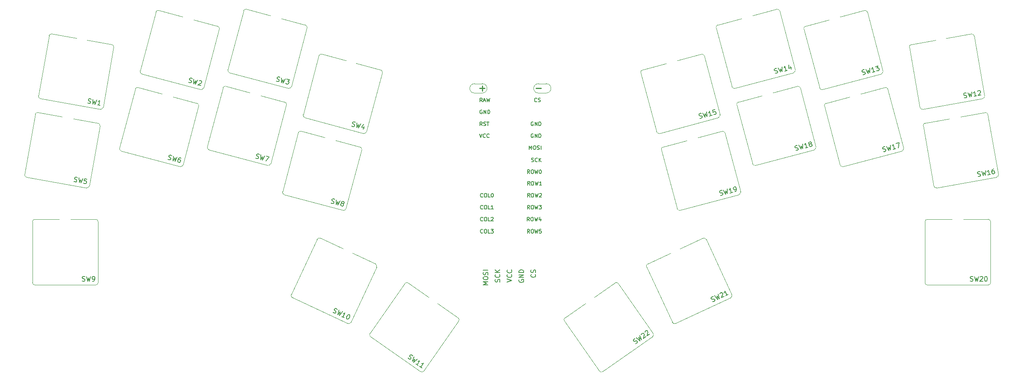
<source format=gto>
G04 #@! TF.GenerationSoftware,KiCad,Pcbnew,7.0.1*
G04 #@! TF.CreationDate,2023-05-13T12:57:31+02:00*
G04 #@! TF.ProjectId,tutorial,7475746f-7269-4616-9c2e-6b696361645f,v1.0.0*
G04 #@! TF.SameCoordinates,Original*
G04 #@! TF.FileFunction,Legend,Top*
G04 #@! TF.FilePolarity,Positive*
%FSLAX46Y46*%
G04 Gerber Fmt 4.6, Leading zero omitted, Abs format (unit mm)*
G04 Created by KiCad (PCBNEW 7.0.1) date 2023-05-13 12:57:31*
%MOMM*%
%LPD*%
G01*
G04 APERTURE LIST*
%ADD10C,0.150000*%
%ADD11C,0.280000*%
%ADD12C,0.120000*%
%ADD13C,1.752600*%
%ADD14C,1.900000*%
%ADD15C,3.150000*%
%ADD16C,3.500000*%
%ADD17C,1.497000*%
%ADD18C,1.852600*%
%ADD19C,1.100000*%
G04 APERTURE END LIST*
D10*
X249061358Y-139214243D02*
X249210955Y-139197026D01*
X249210955Y-139197026D02*
X249426743Y-139096403D01*
X249426743Y-139096403D02*
X249492933Y-139012996D01*
X249492933Y-139012996D02*
X249515966Y-138949714D01*
X249515966Y-138949714D02*
X249518874Y-138843274D01*
X249518874Y-138843274D02*
X249478625Y-138756959D01*
X249478625Y-138756959D02*
X249395218Y-138690768D01*
X249395218Y-138690768D02*
X249331936Y-138667736D01*
X249331936Y-138667736D02*
X249225496Y-138664828D01*
X249225496Y-138664828D02*
X249032741Y-138702169D01*
X249032741Y-138702169D02*
X248926302Y-138699261D01*
X248926302Y-138699261D02*
X248863019Y-138676228D01*
X248863019Y-138676228D02*
X248779612Y-138610037D01*
X248779612Y-138610037D02*
X248739363Y-138523722D01*
X248739363Y-138523722D02*
X248742271Y-138417283D01*
X248742271Y-138417283D02*
X248765304Y-138354000D01*
X248765304Y-138354000D02*
X248831494Y-138270594D01*
X248831494Y-138270594D02*
X249047282Y-138169970D01*
X249047282Y-138169970D02*
X249196879Y-138152754D01*
X249478857Y-137968723D02*
X250117263Y-138774408D01*
X250117263Y-138774408D02*
X249988023Y-138046546D01*
X249988023Y-138046546D02*
X250462523Y-138613410D01*
X250462523Y-138613410D02*
X250255692Y-137606479D01*
X250598044Y-137551921D02*
X250621077Y-137488639D01*
X250621077Y-137488639D02*
X250687267Y-137405232D01*
X250687267Y-137405232D02*
X250903055Y-137304609D01*
X250903055Y-137304609D02*
X251009495Y-137307517D01*
X251009495Y-137307517D02*
X251072777Y-137330550D01*
X251072777Y-137330550D02*
X251156184Y-137396740D01*
X251156184Y-137396740D02*
X251196433Y-137483055D01*
X251196433Y-137483055D02*
X251213650Y-137632653D01*
X251213650Y-137632653D02*
X250937256Y-138392039D01*
X250937256Y-138392039D02*
X251498303Y-138130418D01*
X252361454Y-137727924D02*
X251843563Y-137969421D01*
X252102509Y-137848673D02*
X251679890Y-136942365D01*
X251679890Y-136942365D02*
X251653949Y-137112087D01*
X251653949Y-137112087D02*
X251607884Y-137238651D01*
X251607884Y-137238651D02*
X251541693Y-137322058D01*
X167679606Y-118193571D02*
X167805270Y-118276541D01*
X167805270Y-118276541D02*
X168035253Y-118338165D01*
X168035253Y-118338165D02*
X168139570Y-118316818D01*
X168139570Y-118316818D02*
X168197891Y-118283146D01*
X168197891Y-118283146D02*
X168268537Y-118203478D01*
X168268537Y-118203478D02*
X168293187Y-118111485D01*
X168293187Y-118111485D02*
X168271840Y-118007167D01*
X168271840Y-118007167D02*
X168238168Y-117948846D01*
X168238168Y-117948846D02*
X168158500Y-117878200D01*
X168158500Y-117878200D02*
X167986839Y-117782905D01*
X167986839Y-117782905D02*
X167907170Y-117712259D01*
X167907170Y-117712259D02*
X167873499Y-117653938D01*
X167873499Y-117653938D02*
X167852152Y-117549620D01*
X167852152Y-117549620D02*
X167876801Y-117457627D01*
X167876801Y-117457627D02*
X167947447Y-117377959D01*
X167947447Y-117377959D02*
X168005768Y-117344287D01*
X168005768Y-117344287D02*
X168110086Y-117322940D01*
X168110086Y-117322940D02*
X168340068Y-117384564D01*
X168340068Y-117384564D02*
X168465733Y-117467534D01*
X168800033Y-117507811D02*
X168771196Y-118535360D01*
X168771196Y-118535360D02*
X169140053Y-117894712D01*
X169140053Y-117894712D02*
X169139168Y-118633958D01*
X169139168Y-118633958D02*
X169627969Y-117729656D01*
X170023008Y-118279196D02*
X169943340Y-118208550D01*
X169943340Y-118208550D02*
X169909668Y-118150229D01*
X169909668Y-118150229D02*
X169888321Y-118045911D01*
X169888321Y-118045911D02*
X169900646Y-117999915D01*
X169900646Y-117999915D02*
X169971291Y-117920247D01*
X169971291Y-117920247D02*
X170029613Y-117886575D01*
X170029613Y-117886575D02*
X170133930Y-117865228D01*
X170133930Y-117865228D02*
X170317916Y-117914527D01*
X170317916Y-117914527D02*
X170397584Y-117985173D01*
X170397584Y-117985173D02*
X170431256Y-118043494D01*
X170431256Y-118043494D02*
X170452603Y-118147811D01*
X170452603Y-118147811D02*
X170440278Y-118193808D01*
X170440278Y-118193808D02*
X170369633Y-118273476D01*
X170369633Y-118273476D02*
X170311311Y-118307148D01*
X170311311Y-118307148D02*
X170206994Y-118328495D01*
X170206994Y-118328495D02*
X170023008Y-118279196D01*
X170023008Y-118279196D02*
X169918690Y-118300543D01*
X169918690Y-118300543D02*
X169860369Y-118334215D01*
X169860369Y-118334215D02*
X169789723Y-118413883D01*
X169789723Y-118413883D02*
X169740424Y-118597869D01*
X169740424Y-118597869D02*
X169761771Y-118702186D01*
X169761771Y-118702186D02*
X169795443Y-118760508D01*
X169795443Y-118760508D02*
X169875111Y-118831154D01*
X169875111Y-118831154D02*
X170059097Y-118880452D01*
X170059097Y-118880452D02*
X170163415Y-118859105D01*
X170163415Y-118859105D02*
X170221736Y-118825434D01*
X170221736Y-118825434D02*
X170292382Y-118745765D01*
X170292382Y-118745765D02*
X170341681Y-118561780D01*
X170341681Y-118561780D02*
X170320334Y-118457462D01*
X170320334Y-118457462D02*
X170286662Y-118399141D01*
X170286662Y-118399141D02*
X170206994Y-118328495D01*
D11*
X199343409Y-93769510D02*
X200486267Y-93769510D01*
X199914838Y-94340938D02*
X199914838Y-93198081D01*
D10*
X285505966Y-107248803D02*
X285656280Y-107257825D01*
X285656280Y-107257825D02*
X285886262Y-107196202D01*
X285886262Y-107196202D02*
X285965931Y-107125556D01*
X285965931Y-107125556D02*
X285999602Y-107067235D01*
X285999602Y-107067235D02*
X286020949Y-106962917D01*
X286020949Y-106962917D02*
X285996300Y-106870924D01*
X285996300Y-106870924D02*
X285925654Y-106791256D01*
X285925654Y-106791256D02*
X285867333Y-106757584D01*
X285867333Y-106757584D02*
X285763015Y-106736237D01*
X285763015Y-106736237D02*
X285566705Y-106739539D01*
X285566705Y-106739539D02*
X285462387Y-106718192D01*
X285462387Y-106718192D02*
X285404066Y-106684521D01*
X285404066Y-106684521D02*
X285333420Y-106604852D01*
X285333420Y-106604852D02*
X285308771Y-106512860D01*
X285308771Y-106512860D02*
X285330118Y-106408542D01*
X285330118Y-106408542D02*
X285363789Y-106350221D01*
X285363789Y-106350221D02*
X285443458Y-106279575D01*
X285443458Y-106279575D02*
X285673440Y-106217951D01*
X285673440Y-106217951D02*
X285823754Y-106226974D01*
X286133405Y-106094704D02*
X286622206Y-106999006D01*
X286622206Y-106999006D02*
X286621321Y-106259760D01*
X286621321Y-106259760D02*
X286990178Y-106900409D01*
X286990178Y-106900409D02*
X286961341Y-105872859D01*
X288094093Y-106604615D02*
X287542135Y-106752512D01*
X287818114Y-106678564D02*
X287559295Y-105712638D01*
X287559295Y-105712638D02*
X287504276Y-105875277D01*
X287504276Y-105875277D02*
X287436933Y-105991919D01*
X287436933Y-105991919D02*
X287357264Y-106062565D01*
X288157249Y-105552417D02*
X288801200Y-105379871D01*
X288801200Y-105379871D02*
X288646050Y-106456719D01*
X302732673Y-95774212D02*
X302881629Y-95796300D01*
X302881629Y-95796300D02*
X303116107Y-95754956D01*
X303116107Y-95754956D02*
X303201629Y-95691522D01*
X303201629Y-95691522D02*
X303240256Y-95636357D01*
X303240256Y-95636357D02*
X303270613Y-95534297D01*
X303270613Y-95534297D02*
X303254075Y-95440506D01*
X303254075Y-95440506D02*
X303190642Y-95354984D01*
X303190642Y-95354984D02*
X303135477Y-95316357D01*
X303135477Y-95316357D02*
X303033417Y-95285999D01*
X303033417Y-95285999D02*
X302837566Y-95272180D01*
X302837566Y-95272180D02*
X302735506Y-95241822D01*
X302735506Y-95241822D02*
X302680341Y-95203195D01*
X302680341Y-95203195D02*
X302616907Y-95117673D01*
X302616907Y-95117673D02*
X302600370Y-95023882D01*
X302600370Y-95023882D02*
X302630727Y-94921822D01*
X302630727Y-94921822D02*
X302669354Y-94866657D01*
X302669354Y-94866657D02*
X302754876Y-94803224D01*
X302754876Y-94803224D02*
X302989354Y-94761879D01*
X302989354Y-94761879D02*
X303138310Y-94783968D01*
X303458310Y-94679189D02*
X303866436Y-95622652D01*
X303866436Y-95622652D02*
X303929985Y-94886142D01*
X303929985Y-94886142D02*
X304241601Y-95556500D01*
X304241601Y-95556500D02*
X304302431Y-94530348D01*
X305367096Y-95358045D02*
X304804348Y-95457273D01*
X305085722Y-95407659D02*
X304912074Y-94422851D01*
X304912074Y-94422851D02*
X304843090Y-94580076D01*
X304843090Y-94580076D02*
X304765836Y-94690405D01*
X304765836Y-94690405D02*
X304680314Y-94753839D01*
X305585150Y-94400877D02*
X305623777Y-94345713D01*
X305623777Y-94345713D02*
X305709299Y-94282279D01*
X305709299Y-94282279D02*
X305943777Y-94240934D01*
X305943777Y-94240934D02*
X306045838Y-94271292D01*
X306045838Y-94271292D02*
X306101002Y-94309919D01*
X306101002Y-94309919D02*
X306164436Y-94395441D01*
X306164436Y-94395441D02*
X306180974Y-94489232D01*
X306180974Y-94489232D02*
X306158885Y-94638188D01*
X306158885Y-94638188D02*
X305695365Y-95300163D01*
X305695365Y-95300163D02*
X306305008Y-95192666D01*
X262399412Y-90560597D02*
X262549726Y-90569619D01*
X262549726Y-90569619D02*
X262779708Y-90507996D01*
X262779708Y-90507996D02*
X262859377Y-90437350D01*
X262859377Y-90437350D02*
X262893048Y-90379029D01*
X262893048Y-90379029D02*
X262914395Y-90274711D01*
X262914395Y-90274711D02*
X262889746Y-90182718D01*
X262889746Y-90182718D02*
X262819100Y-90103050D01*
X262819100Y-90103050D02*
X262760779Y-90069378D01*
X262760779Y-90069378D02*
X262656461Y-90048031D01*
X262656461Y-90048031D02*
X262460151Y-90051333D01*
X262460151Y-90051333D02*
X262355833Y-90029986D01*
X262355833Y-90029986D02*
X262297512Y-89996315D01*
X262297512Y-89996315D02*
X262226866Y-89916646D01*
X262226866Y-89916646D02*
X262202217Y-89824654D01*
X262202217Y-89824654D02*
X262223564Y-89720336D01*
X262223564Y-89720336D02*
X262257235Y-89662015D01*
X262257235Y-89662015D02*
X262336904Y-89591369D01*
X262336904Y-89591369D02*
X262566886Y-89529745D01*
X262566886Y-89529745D02*
X262717200Y-89538768D01*
X263026851Y-89406498D02*
X263515652Y-90310800D01*
X263515652Y-90310800D02*
X263514767Y-89571554D01*
X263514767Y-89571554D02*
X263883624Y-90212203D01*
X263883624Y-90212203D02*
X263854787Y-89184653D01*
X264987539Y-89916409D02*
X264435581Y-90064306D01*
X264711560Y-89990358D02*
X264452741Y-89024432D01*
X264452741Y-89024432D02*
X264397722Y-89187071D01*
X264397722Y-89187071D02*
X264330379Y-89303713D01*
X264330379Y-89303713D02*
X264250710Y-89374359D01*
X265642929Y-89050614D02*
X265815475Y-89694564D01*
X265314349Y-88744266D02*
X265269238Y-89495836D01*
X265269238Y-89495836D02*
X265867192Y-89335615D01*
X305684712Y-112515941D02*
X305833668Y-112538029D01*
X305833668Y-112538029D02*
X306068146Y-112496685D01*
X306068146Y-112496685D02*
X306153668Y-112433251D01*
X306153668Y-112433251D02*
X306192295Y-112378086D01*
X306192295Y-112378086D02*
X306222652Y-112276026D01*
X306222652Y-112276026D02*
X306206114Y-112182235D01*
X306206114Y-112182235D02*
X306142681Y-112096713D01*
X306142681Y-112096713D02*
X306087516Y-112058086D01*
X306087516Y-112058086D02*
X305985456Y-112027728D01*
X305985456Y-112027728D02*
X305789605Y-112013909D01*
X305789605Y-112013909D02*
X305687545Y-111983551D01*
X305687545Y-111983551D02*
X305632380Y-111944924D01*
X305632380Y-111944924D02*
X305568946Y-111859402D01*
X305568946Y-111859402D02*
X305552409Y-111765611D01*
X305552409Y-111765611D02*
X305582766Y-111663551D01*
X305582766Y-111663551D02*
X305621393Y-111608386D01*
X305621393Y-111608386D02*
X305706915Y-111544953D01*
X305706915Y-111544953D02*
X305941393Y-111503608D01*
X305941393Y-111503608D02*
X306090349Y-111525697D01*
X306410349Y-111420918D02*
X306818475Y-112364381D01*
X306818475Y-112364381D02*
X306882024Y-111627871D01*
X306882024Y-111627871D02*
X307193640Y-112298229D01*
X307193640Y-112298229D02*
X307254470Y-111272077D01*
X308319135Y-112099774D02*
X307756387Y-112199002D01*
X308037761Y-112149388D02*
X307864113Y-111164580D01*
X307864113Y-111164580D02*
X307795129Y-111321805D01*
X307795129Y-111321805D02*
X307717875Y-111432134D01*
X307717875Y-111432134D02*
X307632353Y-111495568D01*
X308989608Y-110966125D02*
X308802025Y-110999201D01*
X308802025Y-110999201D02*
X308716503Y-111062635D01*
X308716503Y-111062635D02*
X308677876Y-111117799D01*
X308677876Y-111117799D02*
X308608892Y-111275024D01*
X308608892Y-111275024D02*
X308595072Y-111470875D01*
X308595072Y-111470875D02*
X308661224Y-111846040D01*
X308661224Y-111846040D02*
X308724657Y-111931563D01*
X308724657Y-111931563D02*
X308779822Y-111970189D01*
X308779822Y-111970189D02*
X308881882Y-112000547D01*
X308881882Y-112000547D02*
X309069465Y-111967471D01*
X309069465Y-111967471D02*
X309154987Y-111904037D01*
X309154987Y-111904037D02*
X309193613Y-111848873D01*
X309193613Y-111848873D02*
X309223971Y-111746813D01*
X309223971Y-111746813D02*
X309182626Y-111512335D01*
X309182626Y-111512335D02*
X309119193Y-111426812D01*
X309119193Y-111426812D02*
X309064028Y-111388186D01*
X309064028Y-111388186D02*
X308961968Y-111357828D01*
X308961968Y-111357828D02*
X308774386Y-111390904D01*
X308774386Y-111390904D02*
X308688863Y-111454337D01*
X308688863Y-111454337D02*
X308650237Y-111509502D01*
X308650237Y-111509502D02*
X308619879Y-111611562D01*
X114613694Y-134814014D02*
X114756551Y-134861633D01*
X114756551Y-134861633D02*
X114994646Y-134861633D01*
X114994646Y-134861633D02*
X115089884Y-134814014D01*
X115089884Y-134814014D02*
X115137503Y-134766394D01*
X115137503Y-134766394D02*
X115185122Y-134671156D01*
X115185122Y-134671156D02*
X115185122Y-134575918D01*
X115185122Y-134575918D02*
X115137503Y-134480680D01*
X115137503Y-134480680D02*
X115089884Y-134433061D01*
X115089884Y-134433061D02*
X114994646Y-134385442D01*
X114994646Y-134385442D02*
X114804170Y-134337823D01*
X114804170Y-134337823D02*
X114708932Y-134290204D01*
X114708932Y-134290204D02*
X114661313Y-134242585D01*
X114661313Y-134242585D02*
X114613694Y-134147347D01*
X114613694Y-134147347D02*
X114613694Y-134052109D01*
X114613694Y-134052109D02*
X114661313Y-133956871D01*
X114661313Y-133956871D02*
X114708932Y-133909252D01*
X114708932Y-133909252D02*
X114804170Y-133861633D01*
X114804170Y-133861633D02*
X115042265Y-133861633D01*
X115042265Y-133861633D02*
X115185122Y-133909252D01*
X115518456Y-133861633D02*
X115756551Y-134861633D01*
X115756551Y-134861633D02*
X115947027Y-134147347D01*
X115947027Y-134147347D02*
X116137503Y-134861633D01*
X116137503Y-134861633D02*
X116375599Y-133861633D01*
X116804170Y-134861633D02*
X116994646Y-134861633D01*
X116994646Y-134861633D02*
X117089884Y-134814014D01*
X117089884Y-134814014D02*
X117137503Y-134766394D01*
X117137503Y-134766394D02*
X117232741Y-134623537D01*
X117232741Y-134623537D02*
X117280360Y-134433061D01*
X117280360Y-134433061D02*
X117280360Y-134052109D01*
X117280360Y-134052109D02*
X117232741Y-133956871D01*
X117232741Y-133956871D02*
X117185122Y-133909252D01*
X117185122Y-133909252D02*
X117089884Y-133861633D01*
X117089884Y-133861633D02*
X116899408Y-133861633D01*
X116899408Y-133861633D02*
X116804170Y-133909252D01*
X116804170Y-133909252D02*
X116756551Y-133956871D01*
X116756551Y-133956871D02*
X116708932Y-134052109D01*
X116708932Y-134052109D02*
X116708932Y-134290204D01*
X116708932Y-134290204D02*
X116756551Y-134385442D01*
X116756551Y-134385442D02*
X116804170Y-134433061D01*
X116804170Y-134433061D02*
X116899408Y-134480680D01*
X116899408Y-134480680D02*
X117089884Y-134480680D01*
X117089884Y-134480680D02*
X117185122Y-134433061D01*
X117185122Y-134433061D02*
X117232741Y-134385442D01*
X117232741Y-134385442D02*
X117280360Y-134290204D01*
X137306183Y-92455365D02*
X137431847Y-92538335D01*
X137431847Y-92538335D02*
X137661830Y-92599959D01*
X137661830Y-92599959D02*
X137766147Y-92578612D01*
X137766147Y-92578612D02*
X137824468Y-92544940D01*
X137824468Y-92544940D02*
X137895114Y-92465272D01*
X137895114Y-92465272D02*
X137919764Y-92373279D01*
X137919764Y-92373279D02*
X137898417Y-92268961D01*
X137898417Y-92268961D02*
X137864745Y-92210640D01*
X137864745Y-92210640D02*
X137785077Y-92139994D01*
X137785077Y-92139994D02*
X137613416Y-92044699D01*
X137613416Y-92044699D02*
X137533747Y-91974053D01*
X137533747Y-91974053D02*
X137500076Y-91915732D01*
X137500076Y-91915732D02*
X137478729Y-91811414D01*
X137478729Y-91811414D02*
X137503378Y-91719421D01*
X137503378Y-91719421D02*
X137574024Y-91639753D01*
X137574024Y-91639753D02*
X137632345Y-91606081D01*
X137632345Y-91606081D02*
X137736663Y-91584734D01*
X137736663Y-91584734D02*
X137966645Y-91646358D01*
X137966645Y-91646358D02*
X138092310Y-91729328D01*
X138426610Y-91769605D02*
X138397773Y-92797154D01*
X138397773Y-92797154D02*
X138766630Y-92156506D01*
X138766630Y-92156506D02*
X138765745Y-92895752D01*
X138765745Y-92895752D02*
X139254546Y-91991450D01*
X139551872Y-92169716D02*
X139610193Y-92136044D01*
X139610193Y-92136044D02*
X139714511Y-92114697D01*
X139714511Y-92114697D02*
X139944493Y-92176321D01*
X139944493Y-92176321D02*
X140024161Y-92246967D01*
X140024161Y-92246967D02*
X140057833Y-92305288D01*
X140057833Y-92305288D02*
X140079180Y-92409605D01*
X140079180Y-92409605D02*
X140054531Y-92501598D01*
X140054531Y-92501598D02*
X139971560Y-92627263D01*
X139971560Y-92627263D02*
X139271706Y-93031324D01*
X139271706Y-93031324D02*
X139869660Y-93191545D01*
X266799316Y-106981345D02*
X266949630Y-106990367D01*
X266949630Y-106990367D02*
X267179612Y-106928744D01*
X267179612Y-106928744D02*
X267259281Y-106858098D01*
X267259281Y-106858098D02*
X267292952Y-106799777D01*
X267292952Y-106799777D02*
X267314299Y-106695459D01*
X267314299Y-106695459D02*
X267289650Y-106603466D01*
X267289650Y-106603466D02*
X267219004Y-106523798D01*
X267219004Y-106523798D02*
X267160683Y-106490126D01*
X267160683Y-106490126D02*
X267056365Y-106468779D01*
X267056365Y-106468779D02*
X266860055Y-106472081D01*
X266860055Y-106472081D02*
X266755737Y-106450734D01*
X266755737Y-106450734D02*
X266697416Y-106417063D01*
X266697416Y-106417063D02*
X266626770Y-106337394D01*
X266626770Y-106337394D02*
X266602121Y-106245402D01*
X266602121Y-106245402D02*
X266623468Y-106141084D01*
X266623468Y-106141084D02*
X266657139Y-106082763D01*
X266657139Y-106082763D02*
X266736808Y-106012117D01*
X266736808Y-106012117D02*
X266966790Y-105950493D01*
X266966790Y-105950493D02*
X267117104Y-105959516D01*
X267426755Y-105827246D02*
X267915556Y-106731548D01*
X267915556Y-106731548D02*
X267914671Y-105992302D01*
X267914671Y-105992302D02*
X268283528Y-106632951D01*
X268283528Y-106632951D02*
X268254691Y-105605401D01*
X269387443Y-106337157D02*
X268835485Y-106485054D01*
X269111464Y-106411106D02*
X268852645Y-105445180D01*
X268852645Y-105445180D02*
X268797626Y-105607819D01*
X268797626Y-105607819D02*
X268730283Y-105724461D01*
X268730283Y-105724461D02*
X268650614Y-105795107D01*
X269791504Y-105637303D02*
X269687186Y-105615956D01*
X269687186Y-105615956D02*
X269628865Y-105582284D01*
X269628865Y-105582284D02*
X269558219Y-105502616D01*
X269558219Y-105502616D02*
X269545894Y-105456620D01*
X269545894Y-105456620D02*
X269567241Y-105352302D01*
X269567241Y-105352302D02*
X269600913Y-105293981D01*
X269600913Y-105293981D02*
X269680581Y-105223335D01*
X269680581Y-105223335D02*
X269864567Y-105174036D01*
X269864567Y-105174036D02*
X269968885Y-105195383D01*
X269968885Y-105195383D02*
X270027206Y-105229055D01*
X270027206Y-105229055D02*
X270097852Y-105308723D01*
X270097852Y-105308723D02*
X270110177Y-105354720D01*
X270110177Y-105354720D02*
X270088830Y-105459037D01*
X270088830Y-105459037D02*
X270055158Y-105517358D01*
X270055158Y-105517358D02*
X269975490Y-105588004D01*
X269975490Y-105588004D02*
X269791504Y-105637303D01*
X269791504Y-105637303D02*
X269711836Y-105707949D01*
X269711836Y-105707949D02*
X269678164Y-105766270D01*
X269678164Y-105766270D02*
X269656817Y-105870588D01*
X269656817Y-105870588D02*
X269706116Y-106054574D01*
X269706116Y-106054574D02*
X269776762Y-106134242D01*
X269776762Y-106134242D02*
X269835083Y-106167914D01*
X269835083Y-106167914D02*
X269939400Y-106189261D01*
X269939400Y-106189261D02*
X270123386Y-106139962D01*
X270123386Y-106139962D02*
X270203055Y-106069316D01*
X270203055Y-106069316D02*
X270236726Y-106010995D01*
X270236726Y-106010995D02*
X270258073Y-105906677D01*
X270258073Y-105906677D02*
X270208774Y-105722691D01*
X270208774Y-105722691D02*
X270138129Y-105643023D01*
X270138129Y-105643023D02*
X270079807Y-105609351D01*
X270079807Y-105609351D02*
X269975490Y-105588004D01*
X112846257Y-113607726D02*
X112978675Y-113679429D01*
X112978675Y-113679429D02*
X113213153Y-113720773D01*
X113213153Y-113720773D02*
X113315213Y-113690416D01*
X113315213Y-113690416D02*
X113370378Y-113651789D01*
X113370378Y-113651789D02*
X113433811Y-113566267D01*
X113433811Y-113566267D02*
X113450349Y-113472476D01*
X113450349Y-113472476D02*
X113419992Y-113370415D01*
X113419992Y-113370415D02*
X113381365Y-113315251D01*
X113381365Y-113315251D02*
X113295843Y-113251817D01*
X113295843Y-113251817D02*
X113116529Y-113171846D01*
X113116529Y-113171846D02*
X113031007Y-113108412D01*
X113031007Y-113108412D02*
X112992380Y-113053248D01*
X112992380Y-113053248D02*
X112962023Y-112951188D01*
X112962023Y-112951188D02*
X112978560Y-112857396D01*
X112978560Y-112857396D02*
X113041994Y-112771874D01*
X113041994Y-112771874D02*
X113097159Y-112733247D01*
X113097159Y-112733247D02*
X113199219Y-112702890D01*
X113199219Y-112702890D02*
X113433697Y-112744235D01*
X113433697Y-112744235D02*
X113566115Y-112815937D01*
X113902653Y-112826924D02*
X113963483Y-113853077D01*
X113963483Y-113853077D02*
X114275100Y-113182718D01*
X114275100Y-113182718D02*
X114338648Y-113919228D01*
X114338648Y-113919228D02*
X114746774Y-112975765D01*
X115590895Y-113124607D02*
X115121939Y-113041917D01*
X115121939Y-113041917D02*
X114992353Y-113502604D01*
X114992353Y-113502604D02*
X115047518Y-113463978D01*
X115047518Y-113463978D02*
X115149578Y-113433620D01*
X115149578Y-113433620D02*
X115384056Y-113474965D01*
X115384056Y-113474965D02*
X115469578Y-113538398D01*
X115469578Y-113538398D02*
X115508205Y-113593563D01*
X115508205Y-113593563D02*
X115538563Y-113695623D01*
X115538563Y-113695623D02*
X115497218Y-113930101D01*
X115497218Y-113930101D02*
X115433784Y-114015623D01*
X115433784Y-114015623D02*
X115378620Y-114054250D01*
X115378620Y-114054250D02*
X115276560Y-114084608D01*
X115276560Y-114084608D02*
X115042082Y-114043263D01*
X115042082Y-114043263D02*
X114956559Y-113979829D01*
X114956559Y-113979829D02*
X114917933Y-113924665D01*
X281106022Y-90828072D02*
X281256336Y-90837094D01*
X281256336Y-90837094D02*
X281486318Y-90775471D01*
X281486318Y-90775471D02*
X281565987Y-90704825D01*
X281565987Y-90704825D02*
X281599658Y-90646504D01*
X281599658Y-90646504D02*
X281621005Y-90542186D01*
X281621005Y-90542186D02*
X281596356Y-90450193D01*
X281596356Y-90450193D02*
X281525710Y-90370525D01*
X281525710Y-90370525D02*
X281467389Y-90336853D01*
X281467389Y-90336853D02*
X281363071Y-90315506D01*
X281363071Y-90315506D02*
X281166761Y-90318808D01*
X281166761Y-90318808D02*
X281062443Y-90297461D01*
X281062443Y-90297461D02*
X281004122Y-90263790D01*
X281004122Y-90263790D02*
X280933476Y-90184121D01*
X280933476Y-90184121D02*
X280908827Y-90092129D01*
X280908827Y-90092129D02*
X280930174Y-89987811D01*
X280930174Y-89987811D02*
X280963845Y-89929490D01*
X280963845Y-89929490D02*
X281043514Y-89858844D01*
X281043514Y-89858844D02*
X281273496Y-89797220D01*
X281273496Y-89797220D02*
X281423810Y-89806243D01*
X281733461Y-89673973D02*
X282222262Y-90578275D01*
X282222262Y-90578275D02*
X282221377Y-89839029D01*
X282221377Y-89839029D02*
X282590234Y-90479678D01*
X282590234Y-90479678D02*
X282561397Y-89452128D01*
X283694149Y-90183884D02*
X283142191Y-90331781D01*
X283418170Y-90257833D02*
X283159351Y-89291907D01*
X283159351Y-89291907D02*
X283104332Y-89454546D01*
X283104332Y-89454546D02*
X283036989Y-89571188D01*
X283036989Y-89571188D02*
X282957320Y-89641834D01*
X283757305Y-89131686D02*
X284355259Y-88971464D01*
X284355259Y-88971464D02*
X284131882Y-89425709D01*
X284131882Y-89425709D02*
X284269871Y-89388735D01*
X284269871Y-89388735D02*
X284374189Y-89410082D01*
X284374189Y-89410082D02*
X284432510Y-89443754D01*
X284432510Y-89443754D02*
X284503156Y-89523422D01*
X284503156Y-89523422D02*
X284564779Y-89753404D01*
X284564779Y-89753404D02*
X284543432Y-89857722D01*
X284543432Y-89857722D02*
X284509761Y-89916043D01*
X284509761Y-89916043D02*
X284430092Y-89986689D01*
X284430092Y-89986689D02*
X284154114Y-90060637D01*
X284154114Y-90060637D02*
X284049796Y-90039290D01*
X284049796Y-90039290D02*
X283991475Y-90005618D01*
X246332704Y-100145560D02*
X246483018Y-100154582D01*
X246483018Y-100154582D02*
X246713000Y-100092959D01*
X246713000Y-100092959D02*
X246792669Y-100022313D01*
X246792669Y-100022313D02*
X246826340Y-99963992D01*
X246826340Y-99963992D02*
X246847687Y-99859674D01*
X246847687Y-99859674D02*
X246823038Y-99767681D01*
X246823038Y-99767681D02*
X246752392Y-99688013D01*
X246752392Y-99688013D02*
X246694071Y-99654341D01*
X246694071Y-99654341D02*
X246589753Y-99632994D01*
X246589753Y-99632994D02*
X246393443Y-99636296D01*
X246393443Y-99636296D02*
X246289125Y-99614949D01*
X246289125Y-99614949D02*
X246230804Y-99581278D01*
X246230804Y-99581278D02*
X246160158Y-99501609D01*
X246160158Y-99501609D02*
X246135509Y-99409617D01*
X246135509Y-99409617D02*
X246156856Y-99305299D01*
X246156856Y-99305299D02*
X246190527Y-99246978D01*
X246190527Y-99246978D02*
X246270196Y-99176332D01*
X246270196Y-99176332D02*
X246500178Y-99114708D01*
X246500178Y-99114708D02*
X246650492Y-99123731D01*
X246960143Y-98991461D02*
X247448944Y-99895763D01*
X247448944Y-99895763D02*
X247448059Y-99156517D01*
X247448059Y-99156517D02*
X247816916Y-99797166D01*
X247816916Y-99797166D02*
X247788079Y-98769616D01*
X248920831Y-99501372D02*
X248368873Y-99649269D01*
X248644852Y-99575321D02*
X248386033Y-98609395D01*
X248386033Y-98609395D02*
X248331014Y-98772034D01*
X248331014Y-98772034D02*
X248263671Y-98888676D01*
X248263671Y-98888676D02*
X248184002Y-98959322D01*
X249535945Y-98301277D02*
X249075980Y-98424524D01*
X249075980Y-98424524D02*
X249153231Y-98896814D01*
X249153231Y-98896814D02*
X249186902Y-98838492D01*
X249186902Y-98838492D02*
X249266571Y-98767846D01*
X249266571Y-98767846D02*
X249496553Y-98706223D01*
X249496553Y-98706223D02*
X249600871Y-98727570D01*
X249600871Y-98727570D02*
X249659192Y-98761242D01*
X249659192Y-98761242D02*
X249729838Y-98840910D01*
X249729838Y-98840910D02*
X249791461Y-99070892D01*
X249791461Y-99070892D02*
X249770114Y-99175210D01*
X249770114Y-99175210D02*
X249736443Y-99233531D01*
X249736443Y-99233531D02*
X249656774Y-99304177D01*
X249656774Y-99304177D02*
X249426792Y-99365801D01*
X249426792Y-99365801D02*
X249322474Y-99344453D01*
X249322474Y-99344453D02*
X249264153Y-99310782D01*
X232605387Y-148178388D02*
X232749721Y-148135455D01*
X232749721Y-148135455D02*
X232944758Y-147998890D01*
X232944758Y-147998890D02*
X232995459Y-147905256D01*
X232995459Y-147905256D02*
X233007153Y-147838936D01*
X233007153Y-147838936D02*
X232991534Y-147733608D01*
X232991534Y-147733608D02*
X232936908Y-147655594D01*
X232936908Y-147655594D02*
X232843274Y-147604892D01*
X232843274Y-147604892D02*
X232776954Y-147593198D01*
X232776954Y-147593198D02*
X232671626Y-147608817D01*
X232671626Y-147608817D02*
X232488284Y-147679063D01*
X232488284Y-147679063D02*
X232382956Y-147694682D01*
X232382956Y-147694682D02*
X232316636Y-147682988D01*
X232316636Y-147682988D02*
X232223002Y-147632286D01*
X232223002Y-147632286D02*
X232168376Y-147554272D01*
X232168376Y-147554272D02*
X232152757Y-147448944D01*
X232152757Y-147448944D02*
X232164451Y-147382624D01*
X232164451Y-147382624D02*
X232215152Y-147288990D01*
X232215152Y-147288990D02*
X232410188Y-147152424D01*
X232410188Y-147152424D02*
X232554523Y-147109492D01*
X232800261Y-146879293D02*
X233568873Y-147561879D01*
X233568873Y-147561879D02*
X233315205Y-146867518D01*
X233315205Y-146867518D02*
X233880931Y-147343374D01*
X233880931Y-147343374D02*
X233502391Y-146387656D01*
X233830068Y-146274478D02*
X233841762Y-146208158D01*
X233841762Y-146208158D02*
X233892463Y-146114524D01*
X233892463Y-146114524D02*
X234087500Y-145977958D01*
X234087500Y-145977958D02*
X234192827Y-145962339D01*
X234192827Y-145962339D02*
X234259148Y-145974033D01*
X234259148Y-145974033D02*
X234352781Y-146024735D01*
X234352781Y-146024735D02*
X234407408Y-146102749D01*
X234407408Y-146102749D02*
X234450340Y-146247084D01*
X234450340Y-146247084D02*
X234310011Y-147042929D01*
X234310011Y-147042929D02*
X234817105Y-146687858D01*
X234610213Y-145728215D02*
X234621907Y-145661895D01*
X234621907Y-145661895D02*
X234672608Y-145568261D01*
X234672608Y-145568261D02*
X234867644Y-145431695D01*
X234867644Y-145431695D02*
X234972972Y-145416076D01*
X234972972Y-145416076D02*
X235039293Y-145427770D01*
X235039293Y-145427770D02*
X235132926Y-145478471D01*
X235132926Y-145478471D02*
X235187552Y-145556486D01*
X235187552Y-145556486D02*
X235230485Y-145700821D01*
X235230485Y-145700821D02*
X235090156Y-146496666D01*
X235090156Y-146496666D02*
X235597250Y-146141595D01*
X304012769Y-134813999D02*
X304155626Y-134861618D01*
X304155626Y-134861618D02*
X304393721Y-134861618D01*
X304393721Y-134861618D02*
X304488959Y-134813999D01*
X304488959Y-134813999D02*
X304536578Y-134766379D01*
X304536578Y-134766379D02*
X304584197Y-134671141D01*
X304584197Y-134671141D02*
X304584197Y-134575903D01*
X304584197Y-134575903D02*
X304536578Y-134480665D01*
X304536578Y-134480665D02*
X304488959Y-134433046D01*
X304488959Y-134433046D02*
X304393721Y-134385427D01*
X304393721Y-134385427D02*
X304203245Y-134337808D01*
X304203245Y-134337808D02*
X304108007Y-134290189D01*
X304108007Y-134290189D02*
X304060388Y-134242570D01*
X304060388Y-134242570D02*
X304012769Y-134147332D01*
X304012769Y-134147332D02*
X304012769Y-134052094D01*
X304012769Y-134052094D02*
X304060388Y-133956856D01*
X304060388Y-133956856D02*
X304108007Y-133909237D01*
X304108007Y-133909237D02*
X304203245Y-133861618D01*
X304203245Y-133861618D02*
X304441340Y-133861618D01*
X304441340Y-133861618D02*
X304584197Y-133909237D01*
X304917531Y-133861618D02*
X305155626Y-134861618D01*
X305155626Y-134861618D02*
X305346102Y-134147332D01*
X305346102Y-134147332D02*
X305536578Y-134861618D01*
X305536578Y-134861618D02*
X305774674Y-133861618D01*
X306108007Y-133956856D02*
X306155626Y-133909237D01*
X306155626Y-133909237D02*
X306250864Y-133861618D01*
X306250864Y-133861618D02*
X306488959Y-133861618D01*
X306488959Y-133861618D02*
X306584197Y-133909237D01*
X306584197Y-133909237D02*
X306631816Y-133956856D01*
X306631816Y-133956856D02*
X306679435Y-134052094D01*
X306679435Y-134052094D02*
X306679435Y-134147332D01*
X306679435Y-134147332D02*
X306631816Y-134290189D01*
X306631816Y-134290189D02*
X306060388Y-134861618D01*
X306060388Y-134861618D02*
X306679435Y-134861618D01*
X307298483Y-133861618D02*
X307393721Y-133861618D01*
X307393721Y-133861618D02*
X307488959Y-133909237D01*
X307488959Y-133909237D02*
X307536578Y-133956856D01*
X307536578Y-133956856D02*
X307584197Y-134052094D01*
X307584197Y-134052094D02*
X307631816Y-134242570D01*
X307631816Y-134242570D02*
X307631816Y-134480665D01*
X307631816Y-134480665D02*
X307584197Y-134671141D01*
X307584197Y-134671141D02*
X307536578Y-134766379D01*
X307536578Y-134766379D02*
X307488959Y-134813999D01*
X307488959Y-134813999D02*
X307393721Y-134861618D01*
X307393721Y-134861618D02*
X307298483Y-134861618D01*
X307298483Y-134861618D02*
X307203245Y-134813999D01*
X307203245Y-134813999D02*
X307155626Y-134766379D01*
X307155626Y-134766379D02*
X307108007Y-134671141D01*
X307108007Y-134671141D02*
X307060388Y-134480665D01*
X307060388Y-134480665D02*
X307060388Y-134242570D01*
X307060388Y-134242570D02*
X307108007Y-134052094D01*
X307108007Y-134052094D02*
X307155626Y-133956856D01*
X307155626Y-133956856D02*
X307203245Y-133909237D01*
X307203245Y-133909237D02*
X307298483Y-133861618D01*
X211211225Y-133416865D02*
X211258845Y-133464484D01*
X211258845Y-133464484D02*
X211306464Y-133607341D01*
X211306464Y-133607341D02*
X211306464Y-133702579D01*
X211306464Y-133702579D02*
X211258845Y-133845436D01*
X211258845Y-133845436D02*
X211163606Y-133940674D01*
X211163606Y-133940674D02*
X211068368Y-133988293D01*
X211068368Y-133988293D02*
X210877892Y-134035912D01*
X210877892Y-134035912D02*
X210735035Y-134035912D01*
X210735035Y-134035912D02*
X210544559Y-133988293D01*
X210544559Y-133988293D02*
X210449321Y-133940674D01*
X210449321Y-133940674D02*
X210354083Y-133845436D01*
X210354083Y-133845436D02*
X210306464Y-133702579D01*
X210306464Y-133702579D02*
X210306464Y-133607341D01*
X210306464Y-133607341D02*
X210354083Y-133464484D01*
X210354083Y-133464484D02*
X210401702Y-133416865D01*
X211258845Y-133035912D02*
X211306464Y-132893055D01*
X211306464Y-132893055D02*
X211306464Y-132654960D01*
X211306464Y-132654960D02*
X211258845Y-132559722D01*
X211258845Y-132559722D02*
X211211225Y-132512103D01*
X211211225Y-132512103D02*
X211115987Y-132464484D01*
X211115987Y-132464484D02*
X211020749Y-132464484D01*
X211020749Y-132464484D02*
X210925511Y-132512103D01*
X210925511Y-132512103D02*
X210877892Y-132559722D01*
X210877892Y-132559722D02*
X210830273Y-132654960D01*
X210830273Y-132654960D02*
X210782654Y-132845436D01*
X210782654Y-132845436D02*
X210735035Y-132940674D01*
X210735035Y-132940674D02*
X210687416Y-132988293D01*
X210687416Y-132988293D02*
X210592178Y-133035912D01*
X210592178Y-133035912D02*
X210496940Y-133035912D01*
X210496940Y-133035912D02*
X210401702Y-132988293D01*
X210401702Y-132988293D02*
X210354083Y-132940674D01*
X210354083Y-132940674D02*
X210306464Y-132845436D01*
X210306464Y-132845436D02*
X210306464Y-132607341D01*
X210306464Y-132607341D02*
X210354083Y-132464484D01*
X205226464Y-135035912D02*
X206226464Y-134702579D01*
X206226464Y-134702579D02*
X205226464Y-134369246D01*
X206131225Y-133464484D02*
X206178845Y-133512103D01*
X206178845Y-133512103D02*
X206226464Y-133654960D01*
X206226464Y-133654960D02*
X206226464Y-133750198D01*
X206226464Y-133750198D02*
X206178845Y-133893055D01*
X206178845Y-133893055D02*
X206083606Y-133988293D01*
X206083606Y-133988293D02*
X205988368Y-134035912D01*
X205988368Y-134035912D02*
X205797892Y-134083531D01*
X205797892Y-134083531D02*
X205655035Y-134083531D01*
X205655035Y-134083531D02*
X205464559Y-134035912D01*
X205464559Y-134035912D02*
X205369321Y-133988293D01*
X205369321Y-133988293D02*
X205274083Y-133893055D01*
X205274083Y-133893055D02*
X205226464Y-133750198D01*
X205226464Y-133750198D02*
X205226464Y-133654960D01*
X205226464Y-133654960D02*
X205274083Y-133512103D01*
X205274083Y-133512103D02*
X205321702Y-133464484D01*
X206131225Y-132464484D02*
X206178845Y-132512103D01*
X206178845Y-132512103D02*
X206226464Y-132654960D01*
X206226464Y-132654960D02*
X206226464Y-132750198D01*
X206226464Y-132750198D02*
X206178845Y-132893055D01*
X206178845Y-132893055D02*
X206083606Y-132988293D01*
X206083606Y-132988293D02*
X205988368Y-133035912D01*
X205988368Y-133035912D02*
X205797892Y-133083531D01*
X205797892Y-133083531D02*
X205655035Y-133083531D01*
X205655035Y-133083531D02*
X205464559Y-133035912D01*
X205464559Y-133035912D02*
X205369321Y-132988293D01*
X205369321Y-132988293D02*
X205274083Y-132893055D01*
X205274083Y-132893055D02*
X205226464Y-132750198D01*
X205226464Y-132750198D02*
X205226464Y-132654960D01*
X205226464Y-132654960D02*
X205274083Y-132512103D01*
X205274083Y-132512103D02*
X205321702Y-132464484D01*
X203638845Y-135035912D02*
X203686464Y-134893055D01*
X203686464Y-134893055D02*
X203686464Y-134654960D01*
X203686464Y-134654960D02*
X203638845Y-134559722D01*
X203638845Y-134559722D02*
X203591225Y-134512103D01*
X203591225Y-134512103D02*
X203495987Y-134464484D01*
X203495987Y-134464484D02*
X203400749Y-134464484D01*
X203400749Y-134464484D02*
X203305511Y-134512103D01*
X203305511Y-134512103D02*
X203257892Y-134559722D01*
X203257892Y-134559722D02*
X203210273Y-134654960D01*
X203210273Y-134654960D02*
X203162654Y-134845436D01*
X203162654Y-134845436D02*
X203115035Y-134940674D01*
X203115035Y-134940674D02*
X203067416Y-134988293D01*
X203067416Y-134988293D02*
X202972178Y-135035912D01*
X202972178Y-135035912D02*
X202876940Y-135035912D01*
X202876940Y-135035912D02*
X202781702Y-134988293D01*
X202781702Y-134988293D02*
X202734083Y-134940674D01*
X202734083Y-134940674D02*
X202686464Y-134845436D01*
X202686464Y-134845436D02*
X202686464Y-134607341D01*
X202686464Y-134607341D02*
X202734083Y-134464484D01*
X203591225Y-133464484D02*
X203638845Y-133512103D01*
X203638845Y-133512103D02*
X203686464Y-133654960D01*
X203686464Y-133654960D02*
X203686464Y-133750198D01*
X203686464Y-133750198D02*
X203638845Y-133893055D01*
X203638845Y-133893055D02*
X203543606Y-133988293D01*
X203543606Y-133988293D02*
X203448368Y-134035912D01*
X203448368Y-134035912D02*
X203257892Y-134083531D01*
X203257892Y-134083531D02*
X203115035Y-134083531D01*
X203115035Y-134083531D02*
X202924559Y-134035912D01*
X202924559Y-134035912D02*
X202829321Y-133988293D01*
X202829321Y-133988293D02*
X202734083Y-133893055D01*
X202734083Y-133893055D02*
X202686464Y-133750198D01*
X202686464Y-133750198D02*
X202686464Y-133654960D01*
X202686464Y-133654960D02*
X202734083Y-133512103D01*
X202734083Y-133512103D02*
X202781702Y-133464484D01*
X203686464Y-133035912D02*
X202686464Y-133035912D01*
X203686464Y-132464484D02*
X203115035Y-132893055D01*
X202686464Y-132464484D02*
X203257892Y-133035912D01*
X207814083Y-134559722D02*
X207766464Y-134654960D01*
X207766464Y-134654960D02*
X207766464Y-134797817D01*
X207766464Y-134797817D02*
X207814083Y-134940674D01*
X207814083Y-134940674D02*
X207909321Y-135035912D01*
X207909321Y-135035912D02*
X208004559Y-135083531D01*
X208004559Y-135083531D02*
X208195035Y-135131150D01*
X208195035Y-135131150D02*
X208337892Y-135131150D01*
X208337892Y-135131150D02*
X208528368Y-135083531D01*
X208528368Y-135083531D02*
X208623606Y-135035912D01*
X208623606Y-135035912D02*
X208718845Y-134940674D01*
X208718845Y-134940674D02*
X208766464Y-134797817D01*
X208766464Y-134797817D02*
X208766464Y-134702579D01*
X208766464Y-134702579D02*
X208718845Y-134559722D01*
X208718845Y-134559722D02*
X208671225Y-134512103D01*
X208671225Y-134512103D02*
X208337892Y-134512103D01*
X208337892Y-134512103D02*
X208337892Y-134702579D01*
X208766464Y-134083531D02*
X207766464Y-134083531D01*
X207766464Y-134083531D02*
X208766464Y-133512103D01*
X208766464Y-133512103D02*
X207766464Y-133512103D01*
X208766464Y-133035912D02*
X207766464Y-133035912D01*
X207766464Y-133035912D02*
X207766464Y-132797817D01*
X207766464Y-132797817D02*
X207814083Y-132654960D01*
X207814083Y-132654960D02*
X207909321Y-132559722D01*
X207909321Y-132559722D02*
X208004559Y-132512103D01*
X208004559Y-132512103D02*
X208195035Y-132464484D01*
X208195035Y-132464484D02*
X208337892Y-132464484D01*
X208337892Y-132464484D02*
X208528368Y-132512103D01*
X208528368Y-132512103D02*
X208623606Y-132559722D01*
X208623606Y-132559722D02*
X208718845Y-132654960D01*
X208718845Y-132654960D02*
X208766464Y-132797817D01*
X208766464Y-132797817D02*
X208766464Y-133035912D01*
X201146464Y-135654959D02*
X200146464Y-135654959D01*
X200146464Y-135654959D02*
X200860749Y-135321626D01*
X200860749Y-135321626D02*
X200146464Y-134988293D01*
X200146464Y-134988293D02*
X201146464Y-134988293D01*
X200146464Y-134321626D02*
X200146464Y-134131150D01*
X200146464Y-134131150D02*
X200194083Y-134035912D01*
X200194083Y-134035912D02*
X200289321Y-133940674D01*
X200289321Y-133940674D02*
X200479797Y-133893055D01*
X200479797Y-133893055D02*
X200813130Y-133893055D01*
X200813130Y-133893055D02*
X201003606Y-133940674D01*
X201003606Y-133940674D02*
X201098845Y-134035912D01*
X201098845Y-134035912D02*
X201146464Y-134131150D01*
X201146464Y-134131150D02*
X201146464Y-134321626D01*
X201146464Y-134321626D02*
X201098845Y-134416864D01*
X201098845Y-134416864D02*
X201003606Y-134512102D01*
X201003606Y-134512102D02*
X200813130Y-134559721D01*
X200813130Y-134559721D02*
X200479797Y-134559721D01*
X200479797Y-134559721D02*
X200289321Y-134512102D01*
X200289321Y-134512102D02*
X200194083Y-134416864D01*
X200194083Y-134416864D02*
X200146464Y-134321626D01*
X201098845Y-133512102D02*
X201146464Y-133369245D01*
X201146464Y-133369245D02*
X201146464Y-133131150D01*
X201146464Y-133131150D02*
X201098845Y-133035912D01*
X201098845Y-133035912D02*
X201051225Y-132988293D01*
X201051225Y-132988293D02*
X200955987Y-132940674D01*
X200955987Y-132940674D02*
X200860749Y-132940674D01*
X200860749Y-132940674D02*
X200765511Y-132988293D01*
X200765511Y-132988293D02*
X200717892Y-133035912D01*
X200717892Y-133035912D02*
X200670273Y-133131150D01*
X200670273Y-133131150D02*
X200622654Y-133321626D01*
X200622654Y-133321626D02*
X200575035Y-133416864D01*
X200575035Y-133416864D02*
X200527416Y-133464483D01*
X200527416Y-133464483D02*
X200432178Y-133512102D01*
X200432178Y-133512102D02*
X200336940Y-133512102D01*
X200336940Y-133512102D02*
X200241702Y-133464483D01*
X200241702Y-133464483D02*
X200194083Y-133416864D01*
X200194083Y-133416864D02*
X200146464Y-133321626D01*
X200146464Y-133321626D02*
X200146464Y-133083531D01*
X200146464Y-133083531D02*
X200194083Y-132940674D01*
X201146464Y-132512102D02*
X200146464Y-132512102D01*
X151612908Y-108608623D02*
X151738572Y-108691593D01*
X151738572Y-108691593D02*
X151968555Y-108753217D01*
X151968555Y-108753217D02*
X152072872Y-108731870D01*
X152072872Y-108731870D02*
X152131193Y-108698198D01*
X152131193Y-108698198D02*
X152201839Y-108618530D01*
X152201839Y-108618530D02*
X152226489Y-108526537D01*
X152226489Y-108526537D02*
X152205142Y-108422219D01*
X152205142Y-108422219D02*
X152171470Y-108363898D01*
X152171470Y-108363898D02*
X152091802Y-108293252D01*
X152091802Y-108293252D02*
X151920141Y-108197957D01*
X151920141Y-108197957D02*
X151840472Y-108127311D01*
X151840472Y-108127311D02*
X151806801Y-108068990D01*
X151806801Y-108068990D02*
X151785454Y-107964672D01*
X151785454Y-107964672D02*
X151810103Y-107872679D01*
X151810103Y-107872679D02*
X151880749Y-107793011D01*
X151880749Y-107793011D02*
X151939070Y-107759339D01*
X151939070Y-107759339D02*
X152043388Y-107737992D01*
X152043388Y-107737992D02*
X152273370Y-107799616D01*
X152273370Y-107799616D02*
X152399035Y-107882586D01*
X152733335Y-107922863D02*
X152704498Y-108950412D01*
X152704498Y-108950412D02*
X153073355Y-108309764D01*
X153073355Y-108309764D02*
X153072470Y-109049010D01*
X153072470Y-109049010D02*
X153561271Y-108144708D01*
X153837250Y-108218656D02*
X154481200Y-108391202D01*
X154481200Y-108391202D02*
X153808413Y-109246206D01*
X250732639Y-116566292D02*
X250882953Y-116575314D01*
X250882953Y-116575314D02*
X251112935Y-116513691D01*
X251112935Y-116513691D02*
X251192604Y-116443045D01*
X251192604Y-116443045D02*
X251226275Y-116384724D01*
X251226275Y-116384724D02*
X251247622Y-116280406D01*
X251247622Y-116280406D02*
X251222973Y-116188413D01*
X251222973Y-116188413D02*
X251152327Y-116108745D01*
X251152327Y-116108745D02*
X251094006Y-116075073D01*
X251094006Y-116075073D02*
X250989688Y-116053726D01*
X250989688Y-116053726D02*
X250793378Y-116057028D01*
X250793378Y-116057028D02*
X250689060Y-116035681D01*
X250689060Y-116035681D02*
X250630739Y-116002010D01*
X250630739Y-116002010D02*
X250560093Y-115922341D01*
X250560093Y-115922341D02*
X250535444Y-115830349D01*
X250535444Y-115830349D02*
X250556791Y-115726031D01*
X250556791Y-115726031D02*
X250590462Y-115667710D01*
X250590462Y-115667710D02*
X250670131Y-115597064D01*
X250670131Y-115597064D02*
X250900113Y-115535440D01*
X250900113Y-115535440D02*
X251050427Y-115544463D01*
X251360078Y-115412193D02*
X251848879Y-116316495D01*
X251848879Y-116316495D02*
X251847994Y-115577249D01*
X251847994Y-115577249D02*
X252216851Y-116217898D01*
X252216851Y-116217898D02*
X252188014Y-115190348D01*
X253320766Y-115922104D02*
X252768808Y-116070001D01*
X253044787Y-115996053D02*
X252785968Y-115030127D01*
X252785968Y-115030127D02*
X252730949Y-115192766D01*
X252730949Y-115192766D02*
X252663606Y-115309408D01*
X252663606Y-115309408D02*
X252583937Y-115380054D01*
X253780731Y-115798857D02*
X253964716Y-115749558D01*
X253964716Y-115749558D02*
X254044385Y-115678912D01*
X254044385Y-115678912D02*
X254078056Y-115620591D01*
X254078056Y-115620591D02*
X254133075Y-115457952D01*
X254133075Y-115457952D02*
X254129773Y-115261642D01*
X254129773Y-115261642D02*
X254031175Y-114893670D01*
X254031175Y-114893670D02*
X253960529Y-114814002D01*
X253960529Y-114814002D02*
X253902208Y-114780330D01*
X253902208Y-114780330D02*
X253797890Y-114758983D01*
X253797890Y-114758983D02*
X253613904Y-114808282D01*
X253613904Y-114808282D02*
X253534236Y-114878928D01*
X253534236Y-114878928D02*
X253500564Y-114937249D01*
X253500564Y-114937249D02*
X253479217Y-115041567D01*
X253479217Y-115041567D02*
X253540841Y-115271549D01*
X253540841Y-115271549D02*
X253611487Y-115351217D01*
X253611487Y-115351217D02*
X253669808Y-115384889D01*
X253669808Y-115384889D02*
X253774126Y-115406236D01*
X253774126Y-115406236D02*
X253958112Y-115356937D01*
X253958112Y-115356937D02*
X254037780Y-115286291D01*
X254037780Y-115286291D02*
X254071452Y-115227970D01*
X254071452Y-115227970D02*
X254092799Y-115123652D01*
D11*
X212484283Y-93778509D02*
X211341426Y-93778509D01*
D10*
X156012829Y-92187868D02*
X156138493Y-92270838D01*
X156138493Y-92270838D02*
X156368476Y-92332462D01*
X156368476Y-92332462D02*
X156472793Y-92311115D01*
X156472793Y-92311115D02*
X156531114Y-92277443D01*
X156531114Y-92277443D02*
X156601760Y-92197775D01*
X156601760Y-92197775D02*
X156626410Y-92105782D01*
X156626410Y-92105782D02*
X156605063Y-92001464D01*
X156605063Y-92001464D02*
X156571391Y-91943143D01*
X156571391Y-91943143D02*
X156491723Y-91872497D01*
X156491723Y-91872497D02*
X156320062Y-91777202D01*
X156320062Y-91777202D02*
X156240393Y-91706556D01*
X156240393Y-91706556D02*
X156206722Y-91648235D01*
X156206722Y-91648235D02*
X156185375Y-91543917D01*
X156185375Y-91543917D02*
X156210024Y-91451924D01*
X156210024Y-91451924D02*
X156280670Y-91372256D01*
X156280670Y-91372256D02*
X156338991Y-91338584D01*
X156338991Y-91338584D02*
X156443309Y-91317237D01*
X156443309Y-91317237D02*
X156673291Y-91378861D01*
X156673291Y-91378861D02*
X156798956Y-91461831D01*
X157133256Y-91502108D02*
X157104419Y-92529657D01*
X157104419Y-92529657D02*
X157473276Y-91889009D01*
X157473276Y-91889009D02*
X157472391Y-92628255D01*
X157472391Y-92628255D02*
X157961192Y-91723953D01*
X158237171Y-91797901D02*
X158835125Y-91958122D01*
X158835125Y-91958122D02*
X158414552Y-92239821D01*
X158414552Y-92239821D02*
X158552541Y-92276795D01*
X158552541Y-92276795D02*
X158632210Y-92347441D01*
X158632210Y-92347441D02*
X158665881Y-92405762D01*
X158665881Y-92405762D02*
X158687228Y-92510080D01*
X158687228Y-92510080D02*
X158625605Y-92740062D01*
X158625605Y-92740062D02*
X158554959Y-92819731D01*
X158554959Y-92819731D02*
X158496638Y-92853402D01*
X158496638Y-92853402D02*
X158392320Y-92874749D01*
X158392320Y-92874749D02*
X158116341Y-92800801D01*
X158116341Y-92800801D02*
X158036673Y-92730155D01*
X158036673Y-92730155D02*
X158003001Y-92671834D01*
X115798286Y-96865993D02*
X115930704Y-96937696D01*
X115930704Y-96937696D02*
X116165182Y-96979040D01*
X116165182Y-96979040D02*
X116267242Y-96948683D01*
X116267242Y-96948683D02*
X116322407Y-96910056D01*
X116322407Y-96910056D02*
X116385840Y-96824534D01*
X116385840Y-96824534D02*
X116402378Y-96730743D01*
X116402378Y-96730743D02*
X116372021Y-96628682D01*
X116372021Y-96628682D02*
X116333394Y-96573518D01*
X116333394Y-96573518D02*
X116247872Y-96510084D01*
X116247872Y-96510084D02*
X116068558Y-96430113D01*
X116068558Y-96430113D02*
X115983036Y-96366679D01*
X115983036Y-96366679D02*
X115944409Y-96311515D01*
X115944409Y-96311515D02*
X115914052Y-96209455D01*
X115914052Y-96209455D02*
X115930589Y-96115663D01*
X115930589Y-96115663D02*
X115994023Y-96030141D01*
X115994023Y-96030141D02*
X116049188Y-95991514D01*
X116049188Y-95991514D02*
X116151248Y-95961157D01*
X116151248Y-95961157D02*
X116385726Y-96002502D01*
X116385726Y-96002502D02*
X116518144Y-96074204D01*
X116854682Y-96085191D02*
X116915512Y-97111344D01*
X116915512Y-97111344D02*
X117227129Y-96440985D01*
X117227129Y-96440985D02*
X117290677Y-97177495D01*
X117290677Y-97177495D02*
X117698803Y-96234032D01*
X118416171Y-97375950D02*
X117853424Y-97276723D01*
X118134797Y-97326337D02*
X118308446Y-96341529D01*
X118308446Y-96341529D02*
X118189848Y-96465678D01*
X118189848Y-96465678D02*
X118079518Y-96542931D01*
X118079518Y-96542931D02*
X117977458Y-96573289D01*
X168112886Y-141468876D02*
X168222234Y-141572407D01*
X168222234Y-141572407D02*
X168438021Y-141673031D01*
X168438021Y-141673031D02*
X168544461Y-141670123D01*
X168544461Y-141670123D02*
X168607743Y-141647090D01*
X168607743Y-141647090D02*
X168691150Y-141580900D01*
X168691150Y-141580900D02*
X168731399Y-141494584D01*
X168731399Y-141494584D02*
X168728491Y-141388145D01*
X168728491Y-141388145D02*
X168705458Y-141324863D01*
X168705458Y-141324863D02*
X168639268Y-141241456D01*
X168639268Y-141241456D02*
X168486763Y-141117799D01*
X168486763Y-141117799D02*
X168420572Y-141034393D01*
X168420572Y-141034393D02*
X168397539Y-140971110D01*
X168397539Y-140971110D02*
X168394631Y-140864671D01*
X168394631Y-140864671D02*
X168434881Y-140778356D01*
X168434881Y-140778356D02*
X168518288Y-140712165D01*
X168518288Y-140712165D02*
X168581570Y-140689132D01*
X168581570Y-140689132D02*
X168688009Y-140686224D01*
X168688009Y-140686224D02*
X168903797Y-140786848D01*
X168903797Y-140786848D02*
X169013145Y-140890379D01*
X169335372Y-140988095D02*
X169128542Y-141995026D01*
X169128542Y-141995026D02*
X169603042Y-141428162D01*
X169603042Y-141428162D02*
X169473802Y-142156023D01*
X169473802Y-142156023D02*
X170112207Y-141350339D01*
X170509582Y-142639015D02*
X169991692Y-142397519D01*
X170250637Y-142518267D02*
X170673255Y-141611960D01*
X170673255Y-141611960D02*
X170526566Y-141701183D01*
X170526566Y-141701183D02*
X170400002Y-141747248D01*
X170400002Y-141747248D02*
X170293562Y-141750157D01*
X171493248Y-141994328D02*
X171579563Y-142034578D01*
X171579563Y-142034578D02*
X171645753Y-142117985D01*
X171645753Y-142117985D02*
X171668786Y-142181267D01*
X171668786Y-142181267D02*
X171671694Y-142287707D01*
X171671694Y-142287707D02*
X171634353Y-142480461D01*
X171634353Y-142480461D02*
X171533730Y-142696249D01*
X171533730Y-142696249D02*
X171410073Y-142848754D01*
X171410073Y-142848754D02*
X171326666Y-142914945D01*
X171326666Y-142914945D02*
X171263384Y-142937977D01*
X171263384Y-142937977D02*
X171156945Y-142940886D01*
X171156945Y-142940886D02*
X171070630Y-142900636D01*
X171070630Y-142900636D02*
X171004439Y-142817229D01*
X171004439Y-142817229D02*
X170981406Y-142753947D01*
X170981406Y-142753947D02*
X170978498Y-142647507D01*
X170978498Y-142647507D02*
X171015839Y-142454753D01*
X171015839Y-142454753D02*
X171116463Y-142238965D01*
X171116463Y-142238965D02*
X171240119Y-142086460D01*
X171240119Y-142086460D02*
X171323526Y-142020269D01*
X171323526Y-142020269D02*
X171386808Y-141997237D01*
X171386808Y-141997237D02*
X171493248Y-141994328D01*
X132906280Y-108876100D02*
X133031944Y-108959070D01*
X133031944Y-108959070D02*
X133261927Y-109020694D01*
X133261927Y-109020694D02*
X133366244Y-108999347D01*
X133366244Y-108999347D02*
X133424565Y-108965675D01*
X133424565Y-108965675D02*
X133495211Y-108886007D01*
X133495211Y-108886007D02*
X133519861Y-108794014D01*
X133519861Y-108794014D02*
X133498514Y-108689696D01*
X133498514Y-108689696D02*
X133464842Y-108631375D01*
X133464842Y-108631375D02*
X133385174Y-108560729D01*
X133385174Y-108560729D02*
X133213513Y-108465434D01*
X133213513Y-108465434D02*
X133133844Y-108394788D01*
X133133844Y-108394788D02*
X133100173Y-108336467D01*
X133100173Y-108336467D02*
X133078826Y-108232149D01*
X133078826Y-108232149D02*
X133103475Y-108140156D01*
X133103475Y-108140156D02*
X133174121Y-108060488D01*
X133174121Y-108060488D02*
X133232442Y-108026816D01*
X133232442Y-108026816D02*
X133336760Y-108005469D01*
X133336760Y-108005469D02*
X133566742Y-108067093D01*
X133566742Y-108067093D02*
X133692407Y-108150063D01*
X134026707Y-108190340D02*
X133997870Y-109217889D01*
X133997870Y-109217889D02*
X134366727Y-108577241D01*
X134366727Y-108577241D02*
X134365842Y-109316487D01*
X134365842Y-109316487D02*
X134854643Y-108412185D01*
X135636583Y-108621705D02*
X135452597Y-108572406D01*
X135452597Y-108572406D02*
X135348280Y-108593753D01*
X135348280Y-108593753D02*
X135289958Y-108627425D01*
X135289958Y-108627425D02*
X135160991Y-108740765D01*
X135160991Y-108740765D02*
X135065696Y-108912426D01*
X135065696Y-108912426D02*
X134967098Y-109280398D01*
X134967098Y-109280398D02*
X134988445Y-109384715D01*
X134988445Y-109384715D02*
X135022117Y-109443037D01*
X135022117Y-109443037D02*
X135101785Y-109513683D01*
X135101785Y-109513683D02*
X135285771Y-109562981D01*
X135285771Y-109562981D02*
X135390089Y-109541634D01*
X135390089Y-109541634D02*
X135448410Y-109507963D01*
X135448410Y-109507963D02*
X135519056Y-109428294D01*
X135519056Y-109428294D02*
X135580679Y-109198312D01*
X135580679Y-109198312D02*
X135559332Y-109093994D01*
X135559332Y-109093994D02*
X135525661Y-109035673D01*
X135525661Y-109035673D02*
X135445992Y-108965027D01*
X135445992Y-108965027D02*
X135262007Y-108915728D01*
X135262007Y-108915728D02*
X135157689Y-108937076D01*
X135157689Y-108937076D02*
X135099368Y-108970747D01*
X135099368Y-108970747D02*
X135028722Y-109050415D01*
X184103877Y-151238385D02*
X184193586Y-151359331D01*
X184193586Y-151359331D02*
X184388622Y-151495897D01*
X184388622Y-151495897D02*
X184493949Y-151511516D01*
X184493949Y-151511516D02*
X184560270Y-151499822D01*
X184560270Y-151499822D02*
X184653903Y-151449121D01*
X184653903Y-151449121D02*
X184708530Y-151371106D01*
X184708530Y-151371106D02*
X184724149Y-151265779D01*
X184724149Y-151265779D02*
X184712455Y-151199458D01*
X184712455Y-151199458D02*
X184661753Y-151105825D01*
X184661753Y-151105825D02*
X184533038Y-150957565D01*
X184533038Y-150957565D02*
X184482336Y-150863931D01*
X184482336Y-150863931D02*
X184470642Y-150797611D01*
X184470642Y-150797611D02*
X184486261Y-150692283D01*
X184486261Y-150692283D02*
X184540888Y-150614269D01*
X184540888Y-150614269D02*
X184634521Y-150563567D01*
X184634521Y-150563567D02*
X184700842Y-150551873D01*
X184700842Y-150551873D02*
X184806169Y-150567492D01*
X184806169Y-150567492D02*
X185001205Y-150704058D01*
X185001205Y-150704058D02*
X185090914Y-150825005D01*
X185391278Y-150977190D02*
X185012738Y-151932908D01*
X185012738Y-151932908D02*
X185578464Y-151457052D01*
X185578464Y-151457052D02*
X185324796Y-152151413D01*
X185324796Y-152151413D02*
X186093408Y-151468827D01*
X186260969Y-152806929D02*
X185792882Y-152479171D01*
X186026926Y-152643050D02*
X186600502Y-151823898D01*
X186600502Y-151823898D02*
X186440548Y-151886293D01*
X186440548Y-151886293D02*
X186307907Y-151909681D01*
X186307907Y-151909681D02*
X186202580Y-151894062D01*
X187041114Y-153353192D02*
X186573027Y-153025434D01*
X186807071Y-153189313D02*
X187380647Y-152370161D01*
X187380647Y-152370161D02*
X187220693Y-152432557D01*
X187220693Y-152432557D02*
X187088052Y-152455945D01*
X187088052Y-152455945D02*
X186982725Y-152440326D01*
X172079513Y-101772854D02*
X172205177Y-101855824D01*
X172205177Y-101855824D02*
X172435160Y-101917448D01*
X172435160Y-101917448D02*
X172539477Y-101896101D01*
X172539477Y-101896101D02*
X172597798Y-101862429D01*
X172597798Y-101862429D02*
X172668444Y-101782761D01*
X172668444Y-101782761D02*
X172693094Y-101690768D01*
X172693094Y-101690768D02*
X172671747Y-101586450D01*
X172671747Y-101586450D02*
X172638075Y-101528129D01*
X172638075Y-101528129D02*
X172558407Y-101457483D01*
X172558407Y-101457483D02*
X172386746Y-101362188D01*
X172386746Y-101362188D02*
X172307077Y-101291542D01*
X172307077Y-101291542D02*
X172273406Y-101233221D01*
X172273406Y-101233221D02*
X172252059Y-101128903D01*
X172252059Y-101128903D02*
X172276708Y-101036910D01*
X172276708Y-101036910D02*
X172347354Y-100957242D01*
X172347354Y-100957242D02*
X172405675Y-100923570D01*
X172405675Y-100923570D02*
X172509993Y-100902223D01*
X172509993Y-100902223D02*
X172739975Y-100963847D01*
X172739975Y-100963847D02*
X172865640Y-101046817D01*
X173199940Y-101087094D02*
X173171103Y-102114643D01*
X173171103Y-102114643D02*
X173539960Y-101473995D01*
X173539960Y-101473995D02*
X173539075Y-102213241D01*
X173539075Y-102213241D02*
X174027876Y-101308939D01*
X174723543Y-101840434D02*
X174550997Y-102484385D01*
X174592158Y-101410839D02*
X174177305Y-102039162D01*
X174177305Y-102039162D02*
X174775259Y-102199384D01*
X200030413Y-119421896D02*
X199992317Y-119459992D01*
X199992317Y-119459992D02*
X199878032Y-119498087D01*
X199878032Y-119498087D02*
X199801841Y-119498087D01*
X199801841Y-119498087D02*
X199687555Y-119459992D01*
X199687555Y-119459992D02*
X199611365Y-119383801D01*
X199611365Y-119383801D02*
X199573270Y-119307611D01*
X199573270Y-119307611D02*
X199535174Y-119155230D01*
X199535174Y-119155230D02*
X199535174Y-119040944D01*
X199535174Y-119040944D02*
X199573270Y-118888563D01*
X199573270Y-118888563D02*
X199611365Y-118812372D01*
X199611365Y-118812372D02*
X199687555Y-118736182D01*
X199687555Y-118736182D02*
X199801841Y-118698087D01*
X199801841Y-118698087D02*
X199878032Y-118698087D01*
X199878032Y-118698087D02*
X199992317Y-118736182D01*
X199992317Y-118736182D02*
X200030413Y-118774277D01*
X200525651Y-118698087D02*
X200678032Y-118698087D01*
X200678032Y-118698087D02*
X200754222Y-118736182D01*
X200754222Y-118736182D02*
X200830413Y-118812372D01*
X200830413Y-118812372D02*
X200868508Y-118964753D01*
X200868508Y-118964753D02*
X200868508Y-119231420D01*
X200868508Y-119231420D02*
X200830413Y-119383801D01*
X200830413Y-119383801D02*
X200754222Y-119459992D01*
X200754222Y-119459992D02*
X200678032Y-119498087D01*
X200678032Y-119498087D02*
X200525651Y-119498087D01*
X200525651Y-119498087D02*
X200449460Y-119459992D01*
X200449460Y-119459992D02*
X200373270Y-119383801D01*
X200373270Y-119383801D02*
X200335174Y-119231420D01*
X200335174Y-119231420D02*
X200335174Y-118964753D01*
X200335174Y-118964753D02*
X200373270Y-118812372D01*
X200373270Y-118812372D02*
X200449460Y-118736182D01*
X200449460Y-118736182D02*
X200525651Y-118698087D01*
X201592317Y-119498087D02*
X201211365Y-119498087D01*
X201211365Y-119498087D02*
X201211365Y-118698087D01*
X202278031Y-119498087D02*
X201820888Y-119498087D01*
X202049460Y-119498087D02*
X202049460Y-118698087D01*
X202049460Y-118698087D02*
X201973269Y-118812372D01*
X201973269Y-118812372D02*
X201897079Y-118888563D01*
X201897079Y-118888563D02*
X201820888Y-118926658D01*
X209977079Y-122048087D02*
X209710412Y-121667134D01*
X209519936Y-122048087D02*
X209519936Y-121248087D01*
X209519936Y-121248087D02*
X209824698Y-121248087D01*
X209824698Y-121248087D02*
X209900888Y-121286182D01*
X209900888Y-121286182D02*
X209938983Y-121324277D01*
X209938983Y-121324277D02*
X209977079Y-121400468D01*
X209977079Y-121400468D02*
X209977079Y-121514753D01*
X209977079Y-121514753D02*
X209938983Y-121590944D01*
X209938983Y-121590944D02*
X209900888Y-121629039D01*
X209900888Y-121629039D02*
X209824698Y-121667134D01*
X209824698Y-121667134D02*
X209519936Y-121667134D01*
X210472317Y-121248087D02*
X210624698Y-121248087D01*
X210624698Y-121248087D02*
X210700888Y-121286182D01*
X210700888Y-121286182D02*
X210777079Y-121362372D01*
X210777079Y-121362372D02*
X210815174Y-121514753D01*
X210815174Y-121514753D02*
X210815174Y-121781420D01*
X210815174Y-121781420D02*
X210777079Y-121933801D01*
X210777079Y-121933801D02*
X210700888Y-122009992D01*
X210700888Y-122009992D02*
X210624698Y-122048087D01*
X210624698Y-122048087D02*
X210472317Y-122048087D01*
X210472317Y-122048087D02*
X210396126Y-122009992D01*
X210396126Y-122009992D02*
X210319936Y-121933801D01*
X210319936Y-121933801D02*
X210281840Y-121781420D01*
X210281840Y-121781420D02*
X210281840Y-121514753D01*
X210281840Y-121514753D02*
X210319936Y-121362372D01*
X210319936Y-121362372D02*
X210396126Y-121286182D01*
X210396126Y-121286182D02*
X210472317Y-121248087D01*
X211081840Y-121248087D02*
X211272316Y-122048087D01*
X211272316Y-122048087D02*
X211424697Y-121476658D01*
X211424697Y-121476658D02*
X211577078Y-122048087D01*
X211577078Y-122048087D02*
X211767555Y-121248087D01*
X212415174Y-121514753D02*
X212415174Y-122048087D01*
X212224698Y-121209992D02*
X212034221Y-121781420D01*
X212034221Y-121781420D02*
X212529460Y-121781420D01*
X210057079Y-116942701D02*
X209790412Y-116561748D01*
X209599936Y-116942701D02*
X209599936Y-116142701D01*
X209599936Y-116142701D02*
X209904698Y-116142701D01*
X209904698Y-116142701D02*
X209980888Y-116180796D01*
X209980888Y-116180796D02*
X210018983Y-116218891D01*
X210018983Y-116218891D02*
X210057079Y-116295082D01*
X210057079Y-116295082D02*
X210057079Y-116409367D01*
X210057079Y-116409367D02*
X210018983Y-116485558D01*
X210018983Y-116485558D02*
X209980888Y-116523653D01*
X209980888Y-116523653D02*
X209904698Y-116561748D01*
X209904698Y-116561748D02*
X209599936Y-116561748D01*
X210552317Y-116142701D02*
X210704698Y-116142701D01*
X210704698Y-116142701D02*
X210780888Y-116180796D01*
X210780888Y-116180796D02*
X210857079Y-116256986D01*
X210857079Y-116256986D02*
X210895174Y-116409367D01*
X210895174Y-116409367D02*
X210895174Y-116676034D01*
X210895174Y-116676034D02*
X210857079Y-116828415D01*
X210857079Y-116828415D02*
X210780888Y-116904606D01*
X210780888Y-116904606D02*
X210704698Y-116942701D01*
X210704698Y-116942701D02*
X210552317Y-116942701D01*
X210552317Y-116942701D02*
X210476126Y-116904606D01*
X210476126Y-116904606D02*
X210399936Y-116828415D01*
X210399936Y-116828415D02*
X210361840Y-116676034D01*
X210361840Y-116676034D02*
X210361840Y-116409367D01*
X210361840Y-116409367D02*
X210399936Y-116256986D01*
X210399936Y-116256986D02*
X210476126Y-116180796D01*
X210476126Y-116180796D02*
X210552317Y-116142701D01*
X211161840Y-116142701D02*
X211352316Y-116942701D01*
X211352316Y-116942701D02*
X211504697Y-116371272D01*
X211504697Y-116371272D02*
X211657078Y-116942701D01*
X211657078Y-116942701D02*
X211847555Y-116142701D01*
X212114221Y-116218891D02*
X212152317Y-116180796D01*
X212152317Y-116180796D02*
X212228507Y-116142701D01*
X212228507Y-116142701D02*
X212418983Y-116142701D01*
X212418983Y-116142701D02*
X212495174Y-116180796D01*
X212495174Y-116180796D02*
X212533269Y-116218891D01*
X212533269Y-116218891D02*
X212571364Y-116295082D01*
X212571364Y-116295082D02*
X212571364Y-116371272D01*
X212571364Y-116371272D02*
X212533269Y-116485558D01*
X212533269Y-116485558D02*
X212076126Y-116942701D01*
X212076126Y-116942701D02*
X212571364Y-116942701D01*
X199900730Y-101718087D02*
X199634063Y-101337134D01*
X199443587Y-101718087D02*
X199443587Y-100918087D01*
X199443587Y-100918087D02*
X199748349Y-100918087D01*
X199748349Y-100918087D02*
X199824539Y-100956182D01*
X199824539Y-100956182D02*
X199862634Y-100994277D01*
X199862634Y-100994277D02*
X199900730Y-101070468D01*
X199900730Y-101070468D02*
X199900730Y-101184753D01*
X199900730Y-101184753D02*
X199862634Y-101260944D01*
X199862634Y-101260944D02*
X199824539Y-101299039D01*
X199824539Y-101299039D02*
X199748349Y-101337134D01*
X199748349Y-101337134D02*
X199443587Y-101337134D01*
X200205491Y-101679992D02*
X200319777Y-101718087D01*
X200319777Y-101718087D02*
X200510253Y-101718087D01*
X200510253Y-101718087D02*
X200586444Y-101679992D01*
X200586444Y-101679992D02*
X200624539Y-101641896D01*
X200624539Y-101641896D02*
X200662634Y-101565706D01*
X200662634Y-101565706D02*
X200662634Y-101489515D01*
X200662634Y-101489515D02*
X200624539Y-101413325D01*
X200624539Y-101413325D02*
X200586444Y-101375230D01*
X200586444Y-101375230D02*
X200510253Y-101337134D01*
X200510253Y-101337134D02*
X200357872Y-101299039D01*
X200357872Y-101299039D02*
X200281682Y-101260944D01*
X200281682Y-101260944D02*
X200243587Y-101222849D01*
X200243587Y-101222849D02*
X200205491Y-101146658D01*
X200205491Y-101146658D02*
X200205491Y-101070468D01*
X200205491Y-101070468D02*
X200243587Y-100994277D01*
X200243587Y-100994277D02*
X200281682Y-100956182D01*
X200281682Y-100956182D02*
X200357872Y-100918087D01*
X200357872Y-100918087D02*
X200548349Y-100918087D01*
X200548349Y-100918087D02*
X200662634Y-100956182D01*
X200891206Y-100918087D02*
X201348349Y-100918087D01*
X201119777Y-101718087D02*
X201119777Y-100918087D01*
X209936460Y-106798087D02*
X209936460Y-105998087D01*
X209936460Y-105998087D02*
X210203126Y-106569515D01*
X210203126Y-106569515D02*
X210469793Y-105998087D01*
X210469793Y-105998087D02*
X210469793Y-106798087D01*
X211003127Y-105998087D02*
X211155508Y-105998087D01*
X211155508Y-105998087D02*
X211231698Y-106036182D01*
X211231698Y-106036182D02*
X211307889Y-106112372D01*
X211307889Y-106112372D02*
X211345984Y-106264753D01*
X211345984Y-106264753D02*
X211345984Y-106531420D01*
X211345984Y-106531420D02*
X211307889Y-106683801D01*
X211307889Y-106683801D02*
X211231698Y-106759992D01*
X211231698Y-106759992D02*
X211155508Y-106798087D01*
X211155508Y-106798087D02*
X211003127Y-106798087D01*
X211003127Y-106798087D02*
X210926936Y-106759992D01*
X210926936Y-106759992D02*
X210850746Y-106683801D01*
X210850746Y-106683801D02*
X210812650Y-106531420D01*
X210812650Y-106531420D02*
X210812650Y-106264753D01*
X210812650Y-106264753D02*
X210850746Y-106112372D01*
X210850746Y-106112372D02*
X210926936Y-106036182D01*
X210926936Y-106036182D02*
X211003127Y-105998087D01*
X211650745Y-106759992D02*
X211765031Y-106798087D01*
X211765031Y-106798087D02*
X211955507Y-106798087D01*
X211955507Y-106798087D02*
X212031698Y-106759992D01*
X212031698Y-106759992D02*
X212069793Y-106721896D01*
X212069793Y-106721896D02*
X212107888Y-106645706D01*
X212107888Y-106645706D02*
X212107888Y-106569515D01*
X212107888Y-106569515D02*
X212069793Y-106493325D01*
X212069793Y-106493325D02*
X212031698Y-106455230D01*
X212031698Y-106455230D02*
X211955507Y-106417134D01*
X211955507Y-106417134D02*
X211803126Y-106379039D01*
X211803126Y-106379039D02*
X211726936Y-106340944D01*
X211726936Y-106340944D02*
X211688841Y-106302849D01*
X211688841Y-106302849D02*
X211650745Y-106226658D01*
X211650745Y-106226658D02*
X211650745Y-106150468D01*
X211650745Y-106150468D02*
X211688841Y-106074277D01*
X211688841Y-106074277D02*
X211726936Y-106036182D01*
X211726936Y-106036182D02*
X211803126Y-105998087D01*
X211803126Y-105998087D02*
X211993603Y-105998087D01*
X211993603Y-105998087D02*
X212107888Y-106036182D01*
X212450746Y-106798087D02*
X212450746Y-105998087D01*
X210778301Y-103496182D02*
X210702111Y-103458087D01*
X210702111Y-103458087D02*
X210587825Y-103458087D01*
X210587825Y-103458087D02*
X210473539Y-103496182D01*
X210473539Y-103496182D02*
X210397349Y-103572372D01*
X210397349Y-103572372D02*
X210359254Y-103648563D01*
X210359254Y-103648563D02*
X210321158Y-103800944D01*
X210321158Y-103800944D02*
X210321158Y-103915230D01*
X210321158Y-103915230D02*
X210359254Y-104067611D01*
X210359254Y-104067611D02*
X210397349Y-104143801D01*
X210397349Y-104143801D02*
X210473539Y-104219992D01*
X210473539Y-104219992D02*
X210587825Y-104258087D01*
X210587825Y-104258087D02*
X210664016Y-104258087D01*
X210664016Y-104258087D02*
X210778301Y-104219992D01*
X210778301Y-104219992D02*
X210816397Y-104181896D01*
X210816397Y-104181896D02*
X210816397Y-103915230D01*
X210816397Y-103915230D02*
X210664016Y-103915230D01*
X211159254Y-104258087D02*
X211159254Y-103458087D01*
X211159254Y-103458087D02*
X211616397Y-104258087D01*
X211616397Y-104258087D02*
X211616397Y-103458087D01*
X211997349Y-104258087D02*
X211997349Y-103458087D01*
X211997349Y-103458087D02*
X212187825Y-103458087D01*
X212187825Y-103458087D02*
X212302111Y-103496182D01*
X212302111Y-103496182D02*
X212378301Y-103572372D01*
X212378301Y-103572372D02*
X212416396Y-103648563D01*
X212416396Y-103648563D02*
X212454492Y-103800944D01*
X212454492Y-103800944D02*
X212454492Y-103915230D01*
X212454492Y-103915230D02*
X212416396Y-104067611D01*
X212416396Y-104067611D02*
X212378301Y-104143801D01*
X212378301Y-104143801D02*
X212302111Y-104219992D01*
X212302111Y-104219992D02*
X212187825Y-104258087D01*
X212187825Y-104258087D02*
X211997349Y-104258087D01*
X199322967Y-103458087D02*
X199589634Y-104258087D01*
X199589634Y-104258087D02*
X199856300Y-103458087D01*
X200580110Y-104181896D02*
X200542014Y-104219992D01*
X200542014Y-104219992D02*
X200427729Y-104258087D01*
X200427729Y-104258087D02*
X200351538Y-104258087D01*
X200351538Y-104258087D02*
X200237252Y-104219992D01*
X200237252Y-104219992D02*
X200161062Y-104143801D01*
X200161062Y-104143801D02*
X200122967Y-104067611D01*
X200122967Y-104067611D02*
X200084871Y-103915230D01*
X200084871Y-103915230D02*
X200084871Y-103800944D01*
X200084871Y-103800944D02*
X200122967Y-103648563D01*
X200122967Y-103648563D02*
X200161062Y-103572372D01*
X200161062Y-103572372D02*
X200237252Y-103496182D01*
X200237252Y-103496182D02*
X200351538Y-103458087D01*
X200351538Y-103458087D02*
X200427729Y-103458087D01*
X200427729Y-103458087D02*
X200542014Y-103496182D01*
X200542014Y-103496182D02*
X200580110Y-103534277D01*
X201380110Y-104181896D02*
X201342014Y-104219992D01*
X201342014Y-104219992D02*
X201227729Y-104258087D01*
X201227729Y-104258087D02*
X201151538Y-104258087D01*
X201151538Y-104258087D02*
X201037252Y-104219992D01*
X201037252Y-104219992D02*
X200961062Y-104143801D01*
X200961062Y-104143801D02*
X200922967Y-104067611D01*
X200922967Y-104067611D02*
X200884871Y-103915230D01*
X200884871Y-103915230D02*
X200884871Y-103800944D01*
X200884871Y-103800944D02*
X200922967Y-103648563D01*
X200922967Y-103648563D02*
X200961062Y-103572372D01*
X200961062Y-103572372D02*
X201037252Y-103496182D01*
X201037252Y-103496182D02*
X201151538Y-103458087D01*
X201151538Y-103458087D02*
X201227729Y-103458087D01*
X201227729Y-103458087D02*
X201342014Y-103496182D01*
X201342014Y-103496182D02*
X201380110Y-103534277D01*
X210435443Y-109369992D02*
X210549729Y-109408087D01*
X210549729Y-109408087D02*
X210740205Y-109408087D01*
X210740205Y-109408087D02*
X210816396Y-109369992D01*
X210816396Y-109369992D02*
X210854491Y-109331896D01*
X210854491Y-109331896D02*
X210892586Y-109255706D01*
X210892586Y-109255706D02*
X210892586Y-109179515D01*
X210892586Y-109179515D02*
X210854491Y-109103325D01*
X210854491Y-109103325D02*
X210816396Y-109065230D01*
X210816396Y-109065230D02*
X210740205Y-109027134D01*
X210740205Y-109027134D02*
X210587824Y-108989039D01*
X210587824Y-108989039D02*
X210511634Y-108950944D01*
X210511634Y-108950944D02*
X210473539Y-108912849D01*
X210473539Y-108912849D02*
X210435443Y-108836658D01*
X210435443Y-108836658D02*
X210435443Y-108760468D01*
X210435443Y-108760468D02*
X210473539Y-108684277D01*
X210473539Y-108684277D02*
X210511634Y-108646182D01*
X210511634Y-108646182D02*
X210587824Y-108608087D01*
X210587824Y-108608087D02*
X210778301Y-108608087D01*
X210778301Y-108608087D02*
X210892586Y-108646182D01*
X211692587Y-109331896D02*
X211654491Y-109369992D01*
X211654491Y-109369992D02*
X211540206Y-109408087D01*
X211540206Y-109408087D02*
X211464015Y-109408087D01*
X211464015Y-109408087D02*
X211349729Y-109369992D01*
X211349729Y-109369992D02*
X211273539Y-109293801D01*
X211273539Y-109293801D02*
X211235444Y-109217611D01*
X211235444Y-109217611D02*
X211197348Y-109065230D01*
X211197348Y-109065230D02*
X211197348Y-108950944D01*
X211197348Y-108950944D02*
X211235444Y-108798563D01*
X211235444Y-108798563D02*
X211273539Y-108722372D01*
X211273539Y-108722372D02*
X211349729Y-108646182D01*
X211349729Y-108646182D02*
X211464015Y-108608087D01*
X211464015Y-108608087D02*
X211540206Y-108608087D01*
X211540206Y-108608087D02*
X211654491Y-108646182D01*
X211654491Y-108646182D02*
X211692587Y-108684277D01*
X212035444Y-109408087D02*
X212035444Y-108608087D01*
X212492587Y-109408087D02*
X212149729Y-108950944D01*
X212492587Y-108608087D02*
X212035444Y-109065230D01*
X210017301Y-124608087D02*
X209750634Y-124227134D01*
X209560158Y-124608087D02*
X209560158Y-123808087D01*
X209560158Y-123808087D02*
X209864920Y-123808087D01*
X209864920Y-123808087D02*
X209941110Y-123846182D01*
X209941110Y-123846182D02*
X209979205Y-123884277D01*
X209979205Y-123884277D02*
X210017301Y-123960468D01*
X210017301Y-123960468D02*
X210017301Y-124074753D01*
X210017301Y-124074753D02*
X209979205Y-124150944D01*
X209979205Y-124150944D02*
X209941110Y-124189039D01*
X209941110Y-124189039D02*
X209864920Y-124227134D01*
X209864920Y-124227134D02*
X209560158Y-124227134D01*
X210512539Y-123808087D02*
X210664920Y-123808087D01*
X210664920Y-123808087D02*
X210741110Y-123846182D01*
X210741110Y-123846182D02*
X210817301Y-123922372D01*
X210817301Y-123922372D02*
X210855396Y-124074753D01*
X210855396Y-124074753D02*
X210855396Y-124341420D01*
X210855396Y-124341420D02*
X210817301Y-124493801D01*
X210817301Y-124493801D02*
X210741110Y-124569992D01*
X210741110Y-124569992D02*
X210664920Y-124608087D01*
X210664920Y-124608087D02*
X210512539Y-124608087D01*
X210512539Y-124608087D02*
X210436348Y-124569992D01*
X210436348Y-124569992D02*
X210360158Y-124493801D01*
X210360158Y-124493801D02*
X210322062Y-124341420D01*
X210322062Y-124341420D02*
X210322062Y-124074753D01*
X210322062Y-124074753D02*
X210360158Y-123922372D01*
X210360158Y-123922372D02*
X210436348Y-123846182D01*
X210436348Y-123846182D02*
X210512539Y-123808087D01*
X211122062Y-123808087D02*
X211312538Y-124608087D01*
X211312538Y-124608087D02*
X211464919Y-124036658D01*
X211464919Y-124036658D02*
X211617300Y-124608087D01*
X211617300Y-124608087D02*
X211807777Y-123808087D01*
X212493491Y-123808087D02*
X212112539Y-123808087D01*
X212112539Y-123808087D02*
X212074443Y-124189039D01*
X212074443Y-124189039D02*
X212112539Y-124150944D01*
X212112539Y-124150944D02*
X212188729Y-124112849D01*
X212188729Y-124112849D02*
X212379205Y-124112849D01*
X212379205Y-124112849D02*
X212455396Y-124150944D01*
X212455396Y-124150944D02*
X212493491Y-124189039D01*
X212493491Y-124189039D02*
X212531586Y-124265230D01*
X212531586Y-124265230D02*
X212531586Y-124455706D01*
X212531586Y-124455706D02*
X212493491Y-124531896D01*
X212493491Y-124531896D02*
X212455396Y-124569992D01*
X212455396Y-124569992D02*
X212379205Y-124608087D01*
X212379205Y-124608087D02*
X212188729Y-124608087D01*
X212188729Y-124608087D02*
X212112539Y-124569992D01*
X212112539Y-124569992D02*
X212074443Y-124531896D01*
X200030413Y-124531896D02*
X199992317Y-124569992D01*
X199992317Y-124569992D02*
X199878032Y-124608087D01*
X199878032Y-124608087D02*
X199801841Y-124608087D01*
X199801841Y-124608087D02*
X199687555Y-124569992D01*
X199687555Y-124569992D02*
X199611365Y-124493801D01*
X199611365Y-124493801D02*
X199573270Y-124417611D01*
X199573270Y-124417611D02*
X199535174Y-124265230D01*
X199535174Y-124265230D02*
X199535174Y-124150944D01*
X199535174Y-124150944D02*
X199573270Y-123998563D01*
X199573270Y-123998563D02*
X199611365Y-123922372D01*
X199611365Y-123922372D02*
X199687555Y-123846182D01*
X199687555Y-123846182D02*
X199801841Y-123808087D01*
X199801841Y-123808087D02*
X199878032Y-123808087D01*
X199878032Y-123808087D02*
X199992317Y-123846182D01*
X199992317Y-123846182D02*
X200030413Y-123884277D01*
X200525651Y-123808087D02*
X200678032Y-123808087D01*
X200678032Y-123808087D02*
X200754222Y-123846182D01*
X200754222Y-123846182D02*
X200830413Y-123922372D01*
X200830413Y-123922372D02*
X200868508Y-124074753D01*
X200868508Y-124074753D02*
X200868508Y-124341420D01*
X200868508Y-124341420D02*
X200830413Y-124493801D01*
X200830413Y-124493801D02*
X200754222Y-124569992D01*
X200754222Y-124569992D02*
X200678032Y-124608087D01*
X200678032Y-124608087D02*
X200525651Y-124608087D01*
X200525651Y-124608087D02*
X200449460Y-124569992D01*
X200449460Y-124569992D02*
X200373270Y-124493801D01*
X200373270Y-124493801D02*
X200335174Y-124341420D01*
X200335174Y-124341420D02*
X200335174Y-124074753D01*
X200335174Y-124074753D02*
X200373270Y-123922372D01*
X200373270Y-123922372D02*
X200449460Y-123846182D01*
X200449460Y-123846182D02*
X200525651Y-123808087D01*
X201592317Y-124608087D02*
X201211365Y-124608087D01*
X201211365Y-124608087D02*
X201211365Y-123808087D01*
X201782793Y-123808087D02*
X202278031Y-123808087D01*
X202278031Y-123808087D02*
X202011365Y-124112849D01*
X202011365Y-124112849D02*
X202125650Y-124112849D01*
X202125650Y-124112849D02*
X202201841Y-124150944D01*
X202201841Y-124150944D02*
X202239936Y-124189039D01*
X202239936Y-124189039D02*
X202278031Y-124265230D01*
X202278031Y-124265230D02*
X202278031Y-124455706D01*
X202278031Y-124455706D02*
X202239936Y-124531896D01*
X202239936Y-124531896D02*
X202201841Y-124569992D01*
X202201841Y-124569992D02*
X202125650Y-124608087D01*
X202125650Y-124608087D02*
X201897079Y-124608087D01*
X201897079Y-124608087D02*
X201820888Y-124569992D01*
X201820888Y-124569992D02*
X201782793Y-124531896D01*
X210017301Y-119508087D02*
X209750634Y-119127134D01*
X209560158Y-119508087D02*
X209560158Y-118708087D01*
X209560158Y-118708087D02*
X209864920Y-118708087D01*
X209864920Y-118708087D02*
X209941110Y-118746182D01*
X209941110Y-118746182D02*
X209979205Y-118784277D01*
X209979205Y-118784277D02*
X210017301Y-118860468D01*
X210017301Y-118860468D02*
X210017301Y-118974753D01*
X210017301Y-118974753D02*
X209979205Y-119050944D01*
X209979205Y-119050944D02*
X209941110Y-119089039D01*
X209941110Y-119089039D02*
X209864920Y-119127134D01*
X209864920Y-119127134D02*
X209560158Y-119127134D01*
X210512539Y-118708087D02*
X210664920Y-118708087D01*
X210664920Y-118708087D02*
X210741110Y-118746182D01*
X210741110Y-118746182D02*
X210817301Y-118822372D01*
X210817301Y-118822372D02*
X210855396Y-118974753D01*
X210855396Y-118974753D02*
X210855396Y-119241420D01*
X210855396Y-119241420D02*
X210817301Y-119393801D01*
X210817301Y-119393801D02*
X210741110Y-119469992D01*
X210741110Y-119469992D02*
X210664920Y-119508087D01*
X210664920Y-119508087D02*
X210512539Y-119508087D01*
X210512539Y-119508087D02*
X210436348Y-119469992D01*
X210436348Y-119469992D02*
X210360158Y-119393801D01*
X210360158Y-119393801D02*
X210322062Y-119241420D01*
X210322062Y-119241420D02*
X210322062Y-118974753D01*
X210322062Y-118974753D02*
X210360158Y-118822372D01*
X210360158Y-118822372D02*
X210436348Y-118746182D01*
X210436348Y-118746182D02*
X210512539Y-118708087D01*
X211122062Y-118708087D02*
X211312538Y-119508087D01*
X211312538Y-119508087D02*
X211464919Y-118936658D01*
X211464919Y-118936658D02*
X211617300Y-119508087D01*
X211617300Y-119508087D02*
X211807777Y-118708087D01*
X212036348Y-118708087D02*
X212531586Y-118708087D01*
X212531586Y-118708087D02*
X212264920Y-119012849D01*
X212264920Y-119012849D02*
X212379205Y-119012849D01*
X212379205Y-119012849D02*
X212455396Y-119050944D01*
X212455396Y-119050944D02*
X212493491Y-119089039D01*
X212493491Y-119089039D02*
X212531586Y-119165230D01*
X212531586Y-119165230D02*
X212531586Y-119355706D01*
X212531586Y-119355706D02*
X212493491Y-119431896D01*
X212493491Y-119431896D02*
X212455396Y-119469992D01*
X212455396Y-119469992D02*
X212379205Y-119508087D01*
X212379205Y-119508087D02*
X212150634Y-119508087D01*
X212150634Y-119508087D02*
X212074443Y-119469992D01*
X212074443Y-119469992D02*
X212036348Y-119431896D01*
X210057079Y-114402701D02*
X209790412Y-114021748D01*
X209599936Y-114402701D02*
X209599936Y-113602701D01*
X209599936Y-113602701D02*
X209904698Y-113602701D01*
X209904698Y-113602701D02*
X209980888Y-113640796D01*
X209980888Y-113640796D02*
X210018983Y-113678891D01*
X210018983Y-113678891D02*
X210057079Y-113755082D01*
X210057079Y-113755082D02*
X210057079Y-113869367D01*
X210057079Y-113869367D02*
X210018983Y-113945558D01*
X210018983Y-113945558D02*
X209980888Y-113983653D01*
X209980888Y-113983653D02*
X209904698Y-114021748D01*
X209904698Y-114021748D02*
X209599936Y-114021748D01*
X210552317Y-113602701D02*
X210704698Y-113602701D01*
X210704698Y-113602701D02*
X210780888Y-113640796D01*
X210780888Y-113640796D02*
X210857079Y-113716986D01*
X210857079Y-113716986D02*
X210895174Y-113869367D01*
X210895174Y-113869367D02*
X210895174Y-114136034D01*
X210895174Y-114136034D02*
X210857079Y-114288415D01*
X210857079Y-114288415D02*
X210780888Y-114364606D01*
X210780888Y-114364606D02*
X210704698Y-114402701D01*
X210704698Y-114402701D02*
X210552317Y-114402701D01*
X210552317Y-114402701D02*
X210476126Y-114364606D01*
X210476126Y-114364606D02*
X210399936Y-114288415D01*
X210399936Y-114288415D02*
X210361840Y-114136034D01*
X210361840Y-114136034D02*
X210361840Y-113869367D01*
X210361840Y-113869367D02*
X210399936Y-113716986D01*
X210399936Y-113716986D02*
X210476126Y-113640796D01*
X210476126Y-113640796D02*
X210552317Y-113602701D01*
X211161840Y-113602701D02*
X211352316Y-114402701D01*
X211352316Y-114402701D02*
X211504697Y-113831272D01*
X211504697Y-113831272D02*
X211657078Y-114402701D01*
X211657078Y-114402701D02*
X211847555Y-113602701D01*
X212571364Y-114402701D02*
X212114221Y-114402701D01*
X212342793Y-114402701D02*
X212342793Y-113602701D01*
X212342793Y-113602701D02*
X212266602Y-113716986D01*
X212266602Y-113716986D02*
X212190412Y-113793177D01*
X212190412Y-113793177D02*
X212114221Y-113831272D01*
X199900729Y-96638087D02*
X199634062Y-96257134D01*
X199443586Y-96638087D02*
X199443586Y-95838087D01*
X199443586Y-95838087D02*
X199748348Y-95838087D01*
X199748348Y-95838087D02*
X199824538Y-95876182D01*
X199824538Y-95876182D02*
X199862633Y-95914277D01*
X199862633Y-95914277D02*
X199900729Y-95990468D01*
X199900729Y-95990468D02*
X199900729Y-96104753D01*
X199900729Y-96104753D02*
X199862633Y-96180944D01*
X199862633Y-96180944D02*
X199824538Y-96219039D01*
X199824538Y-96219039D02*
X199748348Y-96257134D01*
X199748348Y-96257134D02*
X199443586Y-96257134D01*
X200205490Y-96409515D02*
X200586443Y-96409515D01*
X200129300Y-96638087D02*
X200395967Y-95838087D01*
X200395967Y-95838087D02*
X200662633Y-96638087D01*
X200853109Y-95838087D02*
X201043585Y-96638087D01*
X201043585Y-96638087D02*
X201195966Y-96066658D01*
X201195966Y-96066658D02*
X201348347Y-96638087D01*
X201348347Y-96638087D02*
X201538824Y-95838087D01*
X199862634Y-98416182D02*
X199786444Y-98378087D01*
X199786444Y-98378087D02*
X199672158Y-98378087D01*
X199672158Y-98378087D02*
X199557872Y-98416182D01*
X199557872Y-98416182D02*
X199481682Y-98492372D01*
X199481682Y-98492372D02*
X199443587Y-98568563D01*
X199443587Y-98568563D02*
X199405491Y-98720944D01*
X199405491Y-98720944D02*
X199405491Y-98835230D01*
X199405491Y-98835230D02*
X199443587Y-98987611D01*
X199443587Y-98987611D02*
X199481682Y-99063801D01*
X199481682Y-99063801D02*
X199557872Y-99139992D01*
X199557872Y-99139992D02*
X199672158Y-99178087D01*
X199672158Y-99178087D02*
X199748349Y-99178087D01*
X199748349Y-99178087D02*
X199862634Y-99139992D01*
X199862634Y-99139992D02*
X199900730Y-99101896D01*
X199900730Y-99101896D02*
X199900730Y-98835230D01*
X199900730Y-98835230D02*
X199748349Y-98835230D01*
X200243587Y-99178087D02*
X200243587Y-98378087D01*
X200243587Y-98378087D02*
X200700730Y-99178087D01*
X200700730Y-99178087D02*
X200700730Y-98378087D01*
X201081682Y-99178087D02*
X201081682Y-98378087D01*
X201081682Y-98378087D02*
X201272158Y-98378087D01*
X201272158Y-98378087D02*
X201386444Y-98416182D01*
X201386444Y-98416182D02*
X201462634Y-98492372D01*
X201462634Y-98492372D02*
X201500729Y-98568563D01*
X201500729Y-98568563D02*
X201538825Y-98720944D01*
X201538825Y-98720944D02*
X201538825Y-98835230D01*
X201538825Y-98835230D02*
X201500729Y-98987611D01*
X201500729Y-98987611D02*
X201462634Y-99063801D01*
X201462634Y-99063801D02*
X201386444Y-99139992D01*
X201386444Y-99139992D02*
X201272158Y-99178087D01*
X201272158Y-99178087D02*
X201081682Y-99178087D01*
X210017301Y-111908087D02*
X209750634Y-111527134D01*
X209560158Y-111908087D02*
X209560158Y-111108087D01*
X209560158Y-111108087D02*
X209864920Y-111108087D01*
X209864920Y-111108087D02*
X209941110Y-111146182D01*
X209941110Y-111146182D02*
X209979205Y-111184277D01*
X209979205Y-111184277D02*
X210017301Y-111260468D01*
X210017301Y-111260468D02*
X210017301Y-111374753D01*
X210017301Y-111374753D02*
X209979205Y-111450944D01*
X209979205Y-111450944D02*
X209941110Y-111489039D01*
X209941110Y-111489039D02*
X209864920Y-111527134D01*
X209864920Y-111527134D02*
X209560158Y-111527134D01*
X210512539Y-111108087D02*
X210664920Y-111108087D01*
X210664920Y-111108087D02*
X210741110Y-111146182D01*
X210741110Y-111146182D02*
X210817301Y-111222372D01*
X210817301Y-111222372D02*
X210855396Y-111374753D01*
X210855396Y-111374753D02*
X210855396Y-111641420D01*
X210855396Y-111641420D02*
X210817301Y-111793801D01*
X210817301Y-111793801D02*
X210741110Y-111869992D01*
X210741110Y-111869992D02*
X210664920Y-111908087D01*
X210664920Y-111908087D02*
X210512539Y-111908087D01*
X210512539Y-111908087D02*
X210436348Y-111869992D01*
X210436348Y-111869992D02*
X210360158Y-111793801D01*
X210360158Y-111793801D02*
X210322062Y-111641420D01*
X210322062Y-111641420D02*
X210322062Y-111374753D01*
X210322062Y-111374753D02*
X210360158Y-111222372D01*
X210360158Y-111222372D02*
X210436348Y-111146182D01*
X210436348Y-111146182D02*
X210512539Y-111108087D01*
X211122062Y-111108087D02*
X211312538Y-111908087D01*
X211312538Y-111908087D02*
X211464919Y-111336658D01*
X211464919Y-111336658D02*
X211617300Y-111908087D01*
X211617300Y-111908087D02*
X211807777Y-111108087D01*
X212264920Y-111108087D02*
X212341110Y-111108087D01*
X212341110Y-111108087D02*
X212417301Y-111146182D01*
X212417301Y-111146182D02*
X212455396Y-111184277D01*
X212455396Y-111184277D02*
X212493491Y-111260468D01*
X212493491Y-111260468D02*
X212531586Y-111412849D01*
X212531586Y-111412849D02*
X212531586Y-111603325D01*
X212531586Y-111603325D02*
X212493491Y-111755706D01*
X212493491Y-111755706D02*
X212455396Y-111831896D01*
X212455396Y-111831896D02*
X212417301Y-111869992D01*
X212417301Y-111869992D02*
X212341110Y-111908087D01*
X212341110Y-111908087D02*
X212264920Y-111908087D01*
X212264920Y-111908087D02*
X212188729Y-111869992D01*
X212188729Y-111869992D02*
X212150634Y-111831896D01*
X212150634Y-111831896D02*
X212112539Y-111755706D01*
X212112539Y-111755706D02*
X212074443Y-111603325D01*
X212074443Y-111603325D02*
X212074443Y-111412849D01*
X212074443Y-111412849D02*
X212112539Y-111260468D01*
X212112539Y-111260468D02*
X212150634Y-111184277D01*
X212150634Y-111184277D02*
X212188729Y-111146182D01*
X212188729Y-111146182D02*
X212264920Y-111108087D01*
X211568270Y-96561896D02*
X211530174Y-96599992D01*
X211530174Y-96599992D02*
X211415889Y-96638087D01*
X211415889Y-96638087D02*
X211339698Y-96638087D01*
X211339698Y-96638087D02*
X211225412Y-96599992D01*
X211225412Y-96599992D02*
X211149222Y-96523801D01*
X211149222Y-96523801D02*
X211111127Y-96447611D01*
X211111127Y-96447611D02*
X211073031Y-96295230D01*
X211073031Y-96295230D02*
X211073031Y-96180944D01*
X211073031Y-96180944D02*
X211111127Y-96028563D01*
X211111127Y-96028563D02*
X211149222Y-95952372D01*
X211149222Y-95952372D02*
X211225412Y-95876182D01*
X211225412Y-95876182D02*
X211339698Y-95838087D01*
X211339698Y-95838087D02*
X211415889Y-95838087D01*
X211415889Y-95838087D02*
X211530174Y-95876182D01*
X211530174Y-95876182D02*
X211568270Y-95914277D01*
X211873031Y-96599992D02*
X211987317Y-96638087D01*
X211987317Y-96638087D02*
X212177793Y-96638087D01*
X212177793Y-96638087D02*
X212253984Y-96599992D01*
X212253984Y-96599992D02*
X212292079Y-96561896D01*
X212292079Y-96561896D02*
X212330174Y-96485706D01*
X212330174Y-96485706D02*
X212330174Y-96409515D01*
X212330174Y-96409515D02*
X212292079Y-96333325D01*
X212292079Y-96333325D02*
X212253984Y-96295230D01*
X212253984Y-96295230D02*
X212177793Y-96257134D01*
X212177793Y-96257134D02*
X212025412Y-96219039D01*
X212025412Y-96219039D02*
X211949222Y-96180944D01*
X211949222Y-96180944D02*
X211911127Y-96142849D01*
X211911127Y-96142849D02*
X211873031Y-96066658D01*
X211873031Y-96066658D02*
X211873031Y-95990468D01*
X211873031Y-95990468D02*
X211911127Y-95914277D01*
X211911127Y-95914277D02*
X211949222Y-95876182D01*
X211949222Y-95876182D02*
X212025412Y-95838087D01*
X212025412Y-95838087D02*
X212215889Y-95838087D01*
X212215889Y-95838087D02*
X212330174Y-95876182D01*
X200030413Y-121961896D02*
X199992317Y-121999992D01*
X199992317Y-121999992D02*
X199878032Y-122038087D01*
X199878032Y-122038087D02*
X199801841Y-122038087D01*
X199801841Y-122038087D02*
X199687555Y-121999992D01*
X199687555Y-121999992D02*
X199611365Y-121923801D01*
X199611365Y-121923801D02*
X199573270Y-121847611D01*
X199573270Y-121847611D02*
X199535174Y-121695230D01*
X199535174Y-121695230D02*
X199535174Y-121580944D01*
X199535174Y-121580944D02*
X199573270Y-121428563D01*
X199573270Y-121428563D02*
X199611365Y-121352372D01*
X199611365Y-121352372D02*
X199687555Y-121276182D01*
X199687555Y-121276182D02*
X199801841Y-121238087D01*
X199801841Y-121238087D02*
X199878032Y-121238087D01*
X199878032Y-121238087D02*
X199992317Y-121276182D01*
X199992317Y-121276182D02*
X200030413Y-121314277D01*
X200525651Y-121238087D02*
X200678032Y-121238087D01*
X200678032Y-121238087D02*
X200754222Y-121276182D01*
X200754222Y-121276182D02*
X200830413Y-121352372D01*
X200830413Y-121352372D02*
X200868508Y-121504753D01*
X200868508Y-121504753D02*
X200868508Y-121771420D01*
X200868508Y-121771420D02*
X200830413Y-121923801D01*
X200830413Y-121923801D02*
X200754222Y-121999992D01*
X200754222Y-121999992D02*
X200678032Y-122038087D01*
X200678032Y-122038087D02*
X200525651Y-122038087D01*
X200525651Y-122038087D02*
X200449460Y-121999992D01*
X200449460Y-121999992D02*
X200373270Y-121923801D01*
X200373270Y-121923801D02*
X200335174Y-121771420D01*
X200335174Y-121771420D02*
X200335174Y-121504753D01*
X200335174Y-121504753D02*
X200373270Y-121352372D01*
X200373270Y-121352372D02*
X200449460Y-121276182D01*
X200449460Y-121276182D02*
X200525651Y-121238087D01*
X201592317Y-122038087D02*
X201211365Y-122038087D01*
X201211365Y-122038087D02*
X201211365Y-121238087D01*
X201820888Y-121314277D02*
X201858984Y-121276182D01*
X201858984Y-121276182D02*
X201935174Y-121238087D01*
X201935174Y-121238087D02*
X202125650Y-121238087D01*
X202125650Y-121238087D02*
X202201841Y-121276182D01*
X202201841Y-121276182D02*
X202239936Y-121314277D01*
X202239936Y-121314277D02*
X202278031Y-121390468D01*
X202278031Y-121390468D02*
X202278031Y-121466658D01*
X202278031Y-121466658D02*
X202239936Y-121580944D01*
X202239936Y-121580944D02*
X201782793Y-122038087D01*
X201782793Y-122038087D02*
X202278031Y-122038087D01*
X200030413Y-116881896D02*
X199992317Y-116919992D01*
X199992317Y-116919992D02*
X199878032Y-116958087D01*
X199878032Y-116958087D02*
X199801841Y-116958087D01*
X199801841Y-116958087D02*
X199687555Y-116919992D01*
X199687555Y-116919992D02*
X199611365Y-116843801D01*
X199611365Y-116843801D02*
X199573270Y-116767611D01*
X199573270Y-116767611D02*
X199535174Y-116615230D01*
X199535174Y-116615230D02*
X199535174Y-116500944D01*
X199535174Y-116500944D02*
X199573270Y-116348563D01*
X199573270Y-116348563D02*
X199611365Y-116272372D01*
X199611365Y-116272372D02*
X199687555Y-116196182D01*
X199687555Y-116196182D02*
X199801841Y-116158087D01*
X199801841Y-116158087D02*
X199878032Y-116158087D01*
X199878032Y-116158087D02*
X199992317Y-116196182D01*
X199992317Y-116196182D02*
X200030413Y-116234277D01*
X200525651Y-116158087D02*
X200678032Y-116158087D01*
X200678032Y-116158087D02*
X200754222Y-116196182D01*
X200754222Y-116196182D02*
X200830413Y-116272372D01*
X200830413Y-116272372D02*
X200868508Y-116424753D01*
X200868508Y-116424753D02*
X200868508Y-116691420D01*
X200868508Y-116691420D02*
X200830413Y-116843801D01*
X200830413Y-116843801D02*
X200754222Y-116919992D01*
X200754222Y-116919992D02*
X200678032Y-116958087D01*
X200678032Y-116958087D02*
X200525651Y-116958087D01*
X200525651Y-116958087D02*
X200449460Y-116919992D01*
X200449460Y-116919992D02*
X200373270Y-116843801D01*
X200373270Y-116843801D02*
X200335174Y-116691420D01*
X200335174Y-116691420D02*
X200335174Y-116424753D01*
X200335174Y-116424753D02*
X200373270Y-116272372D01*
X200373270Y-116272372D02*
X200449460Y-116196182D01*
X200449460Y-116196182D02*
X200525651Y-116158087D01*
X201592317Y-116958087D02*
X201211365Y-116958087D01*
X201211365Y-116958087D02*
X201211365Y-116158087D01*
X202011365Y-116158087D02*
X202087555Y-116158087D01*
X202087555Y-116158087D02*
X202163746Y-116196182D01*
X202163746Y-116196182D02*
X202201841Y-116234277D01*
X202201841Y-116234277D02*
X202239936Y-116310468D01*
X202239936Y-116310468D02*
X202278031Y-116462849D01*
X202278031Y-116462849D02*
X202278031Y-116653325D01*
X202278031Y-116653325D02*
X202239936Y-116805706D01*
X202239936Y-116805706D02*
X202201841Y-116881896D01*
X202201841Y-116881896D02*
X202163746Y-116919992D01*
X202163746Y-116919992D02*
X202087555Y-116958087D01*
X202087555Y-116958087D02*
X202011365Y-116958087D01*
X202011365Y-116958087D02*
X201935174Y-116919992D01*
X201935174Y-116919992D02*
X201897079Y-116881896D01*
X201897079Y-116881896D02*
X201858984Y-116805706D01*
X201858984Y-116805706D02*
X201820888Y-116653325D01*
X201820888Y-116653325D02*
X201820888Y-116462849D01*
X201820888Y-116462849D02*
X201858984Y-116310468D01*
X201858984Y-116310468D02*
X201897079Y-116234277D01*
X201897079Y-116234277D02*
X201935174Y-116196182D01*
X201935174Y-116196182D02*
X202011365Y-116158087D01*
X210778301Y-100956182D02*
X210702111Y-100918087D01*
X210702111Y-100918087D02*
X210587825Y-100918087D01*
X210587825Y-100918087D02*
X210473539Y-100956182D01*
X210473539Y-100956182D02*
X210397349Y-101032372D01*
X210397349Y-101032372D02*
X210359254Y-101108563D01*
X210359254Y-101108563D02*
X210321158Y-101260944D01*
X210321158Y-101260944D02*
X210321158Y-101375230D01*
X210321158Y-101375230D02*
X210359254Y-101527611D01*
X210359254Y-101527611D02*
X210397349Y-101603801D01*
X210397349Y-101603801D02*
X210473539Y-101679992D01*
X210473539Y-101679992D02*
X210587825Y-101718087D01*
X210587825Y-101718087D02*
X210664016Y-101718087D01*
X210664016Y-101718087D02*
X210778301Y-101679992D01*
X210778301Y-101679992D02*
X210816397Y-101641896D01*
X210816397Y-101641896D02*
X210816397Y-101375230D01*
X210816397Y-101375230D02*
X210664016Y-101375230D01*
X211159254Y-101718087D02*
X211159254Y-100918087D01*
X211159254Y-100918087D02*
X211616397Y-101718087D01*
X211616397Y-101718087D02*
X211616397Y-100918087D01*
X211997349Y-101718087D02*
X211997349Y-100918087D01*
X211997349Y-100918087D02*
X212187825Y-100918087D01*
X212187825Y-100918087D02*
X212302111Y-100956182D01*
X212302111Y-100956182D02*
X212378301Y-101032372D01*
X212378301Y-101032372D02*
X212416396Y-101108563D01*
X212416396Y-101108563D02*
X212454492Y-101260944D01*
X212454492Y-101260944D02*
X212454492Y-101375230D01*
X212454492Y-101375230D02*
X212416396Y-101527611D01*
X212416396Y-101527611D02*
X212378301Y-101603801D01*
X212378301Y-101603801D02*
X212302111Y-101679992D01*
X212302111Y-101679992D02*
X212187825Y-101718087D01*
X212187825Y-101718087D02*
X211997349Y-101718087D01*
D12*
X234961981Y-131853227D02*
X240456018Y-143635228D01*
X241120481Y-143877073D02*
X252902482Y-138383036D01*
X246985827Y-125694727D02*
X235203826Y-131188764D01*
X253144327Y-137718573D02*
X247650290Y-125936572D01*
X235203827Y-131188765D02*
G75*
G03*
X234961981Y-131853227I211309J-453154D01*
G01*
X240456019Y-143635227D02*
G75*
G03*
X241120481Y-143877073I453154J211309D01*
G01*
X247650290Y-125936572D02*
G75*
G03*
X246985827Y-125694727I-453154J-211309D01*
G01*
X252902482Y-138383036D02*
G75*
G03*
X253144327Y-137718573I-211309J453154D01*
G01*
X160690496Y-103245307D02*
X157325848Y-115802343D01*
X157679402Y-116414715D02*
X170236438Y-119779363D01*
X173859904Y-106256401D02*
X161302868Y-102891753D01*
X170848810Y-119425809D02*
X174213458Y-106868773D01*
X161302868Y-102891754D02*
G75*
G03*
X160690497Y-103245307I-129409J-482962D01*
G01*
X157325849Y-115802343D02*
G75*
G03*
X157679402Y-116414714I482962J-129409D01*
G01*
X174213457Y-106868773D02*
G75*
G03*
X173859904Y-106256402I-482962J129409D01*
G01*
X170236438Y-119779362D02*
G75*
G03*
X170848809Y-119425809I129409J482962D01*
G01*
X199930838Y-92774010D02*
X198263838Y-92774010D01*
X199930838Y-94774010D02*
X198263838Y-94774010D01*
X198263838Y-92774010D02*
G75*
G03*
X198263838Y-94774010I0J-1000000D01*
G01*
X199930838Y-94774010D02*
G75*
G03*
X199930838Y-92774010I0J1000000D01*
G01*
X272899017Y-97551287D02*
X276263665Y-110108323D01*
X276876037Y-110461877D02*
X289433073Y-107097229D01*
X285809607Y-93574267D02*
X273252571Y-96938915D01*
X289786627Y-106484857D02*
X286421979Y-93927821D01*
X273252571Y-96938916D02*
G75*
G03*
X272899018Y-97551287I129409J-482962D01*
G01*
X276263666Y-110108323D02*
G75*
G03*
X276876037Y-110461876I482962J129409D01*
G01*
X286421978Y-93927821D02*
G75*
G03*
X285809607Y-93574268I-482962J-129409D01*
G01*
X289433073Y-107097228D02*
G75*
G03*
X289786626Y-106484857I-129409J482962D01*
G01*
X291018892Y-85014830D02*
X293276318Y-97817331D01*
X293855546Y-98222910D02*
X306658047Y-95965484D01*
X304226972Y-82178176D02*
X291424471Y-84435602D01*
X307063626Y-95386256D02*
X304806200Y-82583755D01*
X291424471Y-84435603D02*
G75*
G03*
X291018893Y-85014830I86826J-492404D01*
G01*
X293276319Y-97817331D02*
G75*
G03*
X293855546Y-98222909I492404J86826D01*
G01*
X304806199Y-82583755D02*
G75*
G03*
X304226972Y-82178176I-492403J-86824D01*
G01*
X306658047Y-95965483D02*
G75*
G03*
X307063626Y-95386256I-86824J492403D01*
G01*
X249792463Y-80863081D02*
X253157111Y-93420117D01*
X253769483Y-93773671D02*
X266326519Y-90409023D01*
X262703053Y-76886061D02*
X250146017Y-80250709D01*
X266680073Y-89796651D02*
X263315425Y-77239615D01*
X250146017Y-80250710D02*
G75*
G03*
X249792464Y-80863081I129409J-482962D01*
G01*
X253157112Y-93420117D02*
G75*
G03*
X253769483Y-93773670I482962J129409D01*
G01*
X263315424Y-77239615D02*
G75*
G03*
X262703053Y-76886062I-482962J-129409D01*
G01*
X266326519Y-90409022D02*
G75*
G03*
X266680072Y-89796651I-129409J482962D01*
G01*
X293970931Y-101756559D02*
X296228357Y-114559060D01*
X296807585Y-114964639D02*
X309610086Y-112707213D01*
X307179011Y-98919905D02*
X294376510Y-101177331D01*
X310015665Y-112127985D02*
X307758239Y-99325484D01*
X294376510Y-101177332D02*
G75*
G03*
X293970932Y-101756559I86826J-492404D01*
G01*
X296228358Y-114559060D02*
G75*
G03*
X296807585Y-114964638I492404J86826D01*
G01*
X307758238Y-99325484D02*
G75*
G03*
X307179011Y-98919905I-492403J-86824D01*
G01*
X309610086Y-112707212D02*
G75*
G03*
X310015665Y-112127985I-86824J492403D01*
G01*
X103993837Y-122184014D02*
X103993837Y-135184014D01*
X104493837Y-135684014D02*
X117493837Y-135684014D01*
X117493837Y-121684014D02*
X104493837Y-121684014D01*
X117993837Y-135184014D02*
X117993837Y-122184014D01*
X104493837Y-121684014D02*
G75*
G03*
X103993837Y-122184014I1J-500001D01*
G01*
X103993837Y-135184014D02*
G75*
G03*
X104493837Y-135684014I500001J1D01*
G01*
X117993837Y-122184014D02*
G75*
G03*
X117493837Y-121684014I-500000J0D01*
G01*
X117493837Y-135684014D02*
G75*
G03*
X117993837Y-135184014I0J500000D01*
G01*
X130317073Y-77507101D02*
X126952425Y-90064137D01*
X127305979Y-90676509D02*
X139863015Y-94041157D01*
X143486481Y-80518195D02*
X130929445Y-77153547D01*
X140475387Y-93687603D02*
X143840035Y-81130567D01*
X130929445Y-77153548D02*
G75*
G03*
X130317074Y-77507101I-129409J-482962D01*
G01*
X126952426Y-90064137D02*
G75*
G03*
X127305979Y-90676508I482962J-129409D01*
G01*
X143840034Y-81130567D02*
G75*
G03*
X143486481Y-80518196I-482962J129409D01*
G01*
X139863015Y-94041156D02*
G75*
G03*
X140475386Y-93687603I129409J482962D01*
G01*
X254192367Y-97283829D02*
X257557015Y-109840865D01*
X258169387Y-110194419D02*
X270726423Y-106829771D01*
X267102957Y-93306809D02*
X254545921Y-96671457D01*
X271079977Y-106217399D02*
X267715329Y-93660363D01*
X254545921Y-96671458D02*
G75*
G03*
X254192368Y-97283829I129409J-482962D01*
G01*
X257557016Y-109840865D02*
G75*
G03*
X258169387Y-110194418I482962J129409D01*
G01*
X267715328Y-93660363D02*
G75*
G03*
X267102957Y-93306810I-482962J-129409D01*
G01*
X270726423Y-106829770D02*
G75*
G03*
X271079976Y-106217399I-129409J482962D01*
G01*
X104580917Y-99325485D02*
X102323491Y-112127986D01*
X102729070Y-112707214D02*
X115531571Y-114964640D01*
X117962646Y-101177332D02*
X105160145Y-98919906D01*
X116110799Y-114559061D02*
X118368225Y-101756560D01*
X105160145Y-98919906D02*
G75*
G03*
X104580917Y-99325485I-86823J-492405D01*
G01*
X102323491Y-112127986D02*
G75*
G03*
X102729070Y-112707214I492405J-86823D01*
G01*
X118368226Y-101756560D02*
G75*
G03*
X117962646Y-101177332I-492404J86824D01*
G01*
X115531571Y-114964641D02*
G75*
G03*
X116110799Y-114559061I86824J492404D01*
G01*
X268499073Y-81130556D02*
X271863721Y-93687592D01*
X272476093Y-94041146D02*
X285033129Y-90676498D01*
X281409663Y-77153536D02*
X268852627Y-80518184D01*
X285386683Y-90064126D02*
X282022035Y-77507090D01*
X268852627Y-80518185D02*
G75*
G03*
X268499074Y-81130556I129409J-482962D01*
G01*
X271863722Y-93687592D02*
G75*
G03*
X272476093Y-94041145I482962J129409D01*
G01*
X282022034Y-77507090D02*
G75*
G03*
X281409663Y-77153537I-482962J-129409D01*
G01*
X285033129Y-90676497D02*
G75*
G03*
X285386682Y-90064126I-129409J482962D01*
G01*
X233725755Y-90448044D02*
X237090403Y-103005080D01*
X237702775Y-103358634D02*
X250259811Y-99993986D01*
X246636345Y-86471024D02*
X234079309Y-89835672D01*
X250613365Y-99381614D02*
X247248717Y-86824578D01*
X234079309Y-89835673D02*
G75*
G03*
X233725756Y-90448044I129409J-482962D01*
G01*
X237090404Y-103005080D02*
G75*
G03*
X237702775Y-103358633I482962J129409D01*
G01*
X247248716Y-86824578D02*
G75*
G03*
X246636345Y-86471025I-482962J-129409D01*
G01*
X250259811Y-99993985D02*
G75*
G03*
X250613364Y-99381614I-129409J482962D01*
G01*
X217441984Y-143377535D02*
X224898478Y-154026511D01*
X225594842Y-154149299D02*
X236243818Y-146692805D01*
X228213748Y-135224677D02*
X217564772Y-142681171D01*
X236366606Y-145996441D02*
X228910112Y-135347465D01*
X217564772Y-142681171D02*
G75*
G03*
X217441985Y-143377535I286789J-409576D01*
G01*
X224898478Y-154026511D02*
G75*
G03*
X225594842Y-154149298I409576J286789D01*
G01*
X228910111Y-135347465D02*
G75*
G03*
X228213748Y-135224678I-409575J-286788D01*
G01*
X236243818Y-146692804D02*
G75*
G03*
X236366605Y-145996441I-286788J409575D01*
G01*
X294345293Y-122183999D02*
X294345293Y-135183999D01*
X294845293Y-135683999D02*
X307845293Y-135683999D01*
X307845293Y-121683999D02*
X294845293Y-121683999D01*
X308345293Y-135183999D02*
X308345293Y-122183999D01*
X294845293Y-121683999D02*
G75*
G03*
X294345293Y-122183999I1J-500001D01*
G01*
X294345293Y-135183999D02*
G75*
G03*
X294845293Y-135683999I500001J1D01*
G01*
X308345293Y-122183999D02*
G75*
G03*
X307845293Y-121683999I-500000J0D01*
G01*
X307845293Y-135683999D02*
G75*
G03*
X308345293Y-135183999I0J500000D01*
G01*
X144623798Y-93660359D02*
X141259150Y-106217395D01*
X141612704Y-106829767D02*
X154169740Y-110194415D01*
X157793206Y-96671453D02*
X145236170Y-93306805D01*
X154782112Y-109840861D02*
X158146760Y-97283825D01*
X145236170Y-93306806D02*
G75*
G03*
X144623799Y-93660359I-129409J-482962D01*
G01*
X141259151Y-106217395D02*
G75*
G03*
X141612704Y-106829766I482962J-129409D01*
G01*
X158146759Y-97283825D02*
G75*
G03*
X157793206Y-96671454I-482962J129409D01*
G01*
X154169740Y-110194414D02*
G75*
G03*
X154782111Y-109840861I129409J482962D01*
G01*
X238125690Y-106868776D02*
X241490338Y-119425812D01*
X242102710Y-119779366D02*
X254659746Y-116414718D01*
X251036280Y-102891756D02*
X238479244Y-106256404D01*
X255013300Y-115802346D02*
X251648652Y-103245310D01*
X238479244Y-106256405D02*
G75*
G03*
X238125691Y-106868776I129409J-482962D01*
G01*
X241490339Y-119425812D02*
G75*
G03*
X242102710Y-119779365I482962J129409D01*
G01*
X251648651Y-103245310D02*
G75*
G03*
X251036280Y-102891757I-482962J-129409D01*
G01*
X254659746Y-116414717D02*
G75*
G03*
X255013299Y-115802346I-129409J482962D01*
G01*
X211896855Y-94774009D02*
X213563855Y-94774009D01*
X211896855Y-92774009D02*
X213563855Y-92774009D01*
X213563855Y-94774009D02*
G75*
G03*
X213563855Y-92774009I0J1000000D01*
G01*
X211896855Y-92774009D02*
G75*
G03*
X211896855Y-94774009I0J-1000000D01*
G01*
X149023719Y-77239604D02*
X145659071Y-89796640D01*
X146012625Y-90409012D02*
X158569661Y-93773660D01*
X162193127Y-80250698D02*
X149636091Y-76886050D01*
X159182033Y-93420106D02*
X162546681Y-80863070D01*
X149636091Y-76886051D02*
G75*
G03*
X149023720Y-77239604I-129409J-482962D01*
G01*
X145659072Y-89796640D02*
G75*
G03*
X146012625Y-90409011I482962J-129409D01*
G01*
X162546680Y-80863070D02*
G75*
G03*
X162193127Y-80250699I-482962J129409D01*
G01*
X158569661Y-93773659D02*
G75*
G03*
X159182032Y-93420106I129409J482962D01*
G01*
X107532946Y-82583752D02*
X105275520Y-95386253D01*
X105681099Y-95965481D02*
X118483600Y-98222907D01*
X120914675Y-84435599D02*
X108112174Y-82178173D01*
X119062828Y-97817328D02*
X121320254Y-85014827D01*
X108112174Y-82178173D02*
G75*
G03*
X107532946Y-82583752I-86823J-492405D01*
G01*
X105275520Y-95386253D02*
G75*
G03*
X105681099Y-95965481I492405J-86823D01*
G01*
X121320255Y-85014827D02*
G75*
G03*
X120914675Y-84435599I-492404J86824D01*
G01*
X118483600Y-98222908D02*
G75*
G03*
X119062828Y-97817328I86824J492404D01*
G01*
X164688846Y-125936558D02*
X159194809Y-137718559D01*
X159436654Y-138383022D02*
X171218655Y-143877059D01*
X177135310Y-131188750D02*
X165353309Y-125694713D01*
X171883118Y-143635214D02*
X177377155Y-131853213D01*
X165353309Y-125694713D02*
G75*
G03*
X164688846Y-125936558I-211308J-453155D01*
G01*
X159194809Y-137718559D02*
G75*
G03*
X159436654Y-138383022I453155J-211308D01*
G01*
X177377155Y-131853213D02*
G75*
G03*
X177135310Y-131188750I-453154J211309D01*
G01*
X171218655Y-143877059D02*
G75*
G03*
X171883118Y-143635214I211309J453154D01*
G01*
X125917170Y-93927836D02*
X122552522Y-106484872D01*
X122906076Y-107097244D02*
X135463112Y-110461892D01*
X139086578Y-96938930D02*
X126529542Y-93574282D01*
X136075484Y-110108338D02*
X139440132Y-97551302D01*
X126529542Y-93574283D02*
G75*
G03*
X125917171Y-93927836I-129409J-482962D01*
G01*
X122552523Y-106484872D02*
G75*
G03*
X122906076Y-107097243I482962J-129409D01*
G01*
X139440131Y-97551302D02*
G75*
G03*
X139086578Y-96938931I-482962J129409D01*
G01*
X135463112Y-110461891D02*
G75*
G03*
X136075483Y-110108338I129409J482962D01*
G01*
X183429016Y-135347458D02*
X175972522Y-145996434D01*
X176095310Y-146692798D02*
X186744286Y-154149292D01*
X194774356Y-142681164D02*
X184125380Y-135224670D01*
X187440650Y-154026504D02*
X194897144Y-143377528D01*
X184125380Y-135224671D02*
G75*
G03*
X183429016Y-135347458I-286788J-409576D01*
G01*
X175972523Y-145996434D02*
G75*
G03*
X176095310Y-146692798I409576J-286788D01*
G01*
X194897143Y-143377528D02*
G75*
G03*
X194774356Y-142681165I-409575J286788D01*
G01*
X186744286Y-154149291D02*
G75*
G03*
X187440649Y-154026504I286788J409575D01*
G01*
X165090403Y-86824590D02*
X161725755Y-99381626D01*
X162079309Y-99993998D02*
X174636345Y-103358646D01*
X178259811Y-89835684D02*
X165702775Y-86471036D01*
X175248717Y-103005092D02*
X178613365Y-90448056D01*
X165702775Y-86471037D02*
G75*
G03*
X165090404Y-86824590I-129409J-482962D01*
G01*
X161725756Y-99381626D02*
G75*
G03*
X162079309Y-99993997I482962J-129409D01*
G01*
X178613364Y-90448056D02*
G75*
G03*
X178259811Y-89835685I-482962J129409D01*
G01*
X174636345Y-103358645D02*
G75*
G03*
X175248716Y-103005092I129409J482962D01*
G01*
D13*
X213546825Y-96267992D03*
X213546825Y-98807992D03*
X213546825Y-101347992D03*
X213546825Y-103887992D03*
X213546825Y-106427992D03*
X213546825Y-108967992D03*
X213546825Y-111507992D03*
X213546825Y-114047992D03*
X213546825Y-116587992D03*
X213546825Y-119127992D03*
X213546825Y-121667992D03*
X213546825Y-124207992D03*
X198306825Y-124207992D03*
X198306825Y-121667992D03*
X198306825Y-119127992D03*
X198306825Y-116587992D03*
X198306825Y-114047992D03*
X198306825Y-111507992D03*
X198306825Y-108967992D03*
X198306825Y-106427992D03*
X198306825Y-103887992D03*
X198306825Y-101347992D03*
X198306825Y-98807992D03*
X198306825Y-96267992D03*
%LPC*%
D14*
X239068461Y-137110300D03*
D15*
X241559706Y-129438684D03*
D16*
X244053154Y-134785900D03*
D15*
X246978744Y-129228839D03*
D14*
X249037847Y-132461500D03*
X160457061Y-109912053D03*
D15*
X167296685Y-105636596D03*
D16*
X165769653Y-111335558D03*
D15*
X171582795Y-108959135D03*
D14*
X171082245Y-112759063D03*
D17*
X198263838Y-93774010D03*
D14*
X276030230Y-103441577D03*
D15*
X279815790Y-96319110D03*
D16*
X281342822Y-102018072D03*
D15*
X285188939Y-97053459D03*
D14*
X286655414Y-100594567D03*
X293624816Y-91155608D03*
D15*
X298016735Y-84390177D03*
D16*
X299041259Y-90200543D03*
D15*
X303305435Y-85590033D03*
D14*
X304457702Y-89245478D03*
X252923676Y-86753371D03*
D15*
X256709236Y-79630904D03*
D16*
X258236268Y-85329866D03*
D15*
X262082385Y-80365253D03*
D14*
X263548860Y-83906361D03*
X296576855Y-107897337D03*
D15*
X300968774Y-101131906D03*
D16*
X301993298Y-106942272D03*
D15*
X306257474Y-102331762D03*
D14*
X307409741Y-105987207D03*
X105493837Y-128684014D03*
D15*
X110993837Y-122784014D03*
D16*
X110993837Y-128684014D03*
D15*
X115993837Y-124884014D03*
D14*
X116493837Y-128684014D03*
X130083638Y-84173847D03*
D15*
X136923262Y-79898390D03*
D16*
X135396230Y-85597352D03*
D15*
X141209372Y-83220929D03*
D14*
X140708822Y-87020857D03*
X257323580Y-103174119D03*
D15*
X261109140Y-96051652D03*
D16*
X262636172Y-101750614D03*
D15*
X266482289Y-96786001D03*
D14*
X267948764Y-100327109D03*
X104929415Y-105987208D03*
D15*
X111370382Y-101131907D03*
D16*
X110345858Y-106942273D03*
D15*
X115929760Y-104068244D03*
D14*
X115762301Y-107897338D03*
X271630286Y-87020846D03*
D15*
X275415846Y-79898379D03*
D16*
X276942878Y-85597341D03*
D15*
X280788995Y-80632728D03*
D14*
X282255470Y-84173836D03*
X236856968Y-96338334D03*
D15*
X240642528Y-89215867D03*
D16*
X242169560Y-94914829D03*
D15*
X246015677Y-89950216D03*
D14*
X247482152Y-93491324D03*
X222398959Y-147841658D03*
D15*
X223520194Y-139853991D03*
D16*
X226904295Y-144686988D03*
D15*
X228820465Y-138706328D03*
D14*
X231409631Y-141532318D03*
X295845293Y-128683999D03*
D15*
X301345293Y-122783999D03*
D16*
X301345293Y-128683999D03*
D15*
X306345293Y-124883999D03*
D14*
X306845293Y-128683999D03*
D18*
X200683845Y-130754008D03*
X203223845Y-130754008D03*
X205763845Y-130754008D03*
X208303845Y-130754008D03*
X210843845Y-130754008D03*
D14*
X144390363Y-100327105D03*
D15*
X151229987Y-96051648D03*
D16*
X149702955Y-101750610D03*
D15*
X155516097Y-99374187D03*
D14*
X155015547Y-103174115D03*
X241256903Y-112759066D03*
D15*
X245042463Y-105636599D03*
D16*
X246569495Y-111335561D03*
D15*
X250415612Y-106370948D03*
D14*
X251882087Y-109912056D03*
D17*
X213563855Y-93774009D03*
D14*
X148790284Y-83906350D03*
D15*
X155629908Y-79630893D03*
D16*
X154102876Y-85329855D03*
D15*
X159916018Y-82953432D03*
D14*
X159415468Y-86753360D03*
X107881444Y-89245475D03*
D15*
X114322411Y-84390174D03*
D16*
X113297887Y-90200540D03*
D15*
X118881789Y-87326511D03*
D14*
X118714330Y-91155605D03*
X163301289Y-132461486D03*
D15*
X170779430Y-129438670D03*
D16*
X168285982Y-134785886D03*
D15*
X174423470Y-133455008D03*
D14*
X173270675Y-137110286D03*
X125683735Y-100594582D03*
D15*
X132523359Y-96319125D03*
D16*
X130996327Y-102018087D03*
D15*
X136809469Y-99641664D03*
D14*
X136308919Y-103441592D03*
X180929497Y-141532311D03*
D15*
X188818934Y-139853984D03*
D16*
X185434833Y-144686981D03*
D15*
X191710184Y-144442085D03*
D14*
X189940169Y-147841651D03*
X164856968Y-93491336D03*
D15*
X171696592Y-89215879D03*
D16*
X170169560Y-94914841D03*
D15*
X175982702Y-92538418D03*
D14*
X175482152Y-96338346D03*
D18*
X213546825Y-96267992D03*
X213546825Y-98807992D03*
X213546825Y-101347992D03*
X213546825Y-103887992D03*
X213546825Y-106427992D03*
X213546825Y-108967992D03*
X213546825Y-111507992D03*
X213546825Y-114047992D03*
X213546825Y-116587992D03*
X213546825Y-119127992D03*
X213546825Y-121667992D03*
X213546825Y-124207992D03*
X198306825Y-124207992D03*
X198306825Y-121667992D03*
X198306825Y-119127992D03*
X198306825Y-116587992D03*
X198306825Y-114047992D03*
X198306825Y-111507992D03*
X198306825Y-108967992D03*
X198306825Y-106427992D03*
X198306825Y-103887992D03*
X198306825Y-101347992D03*
X198306825Y-98807992D03*
X198306825Y-96267992D03*
D19*
X204263854Y-156174010D03*
X207263854Y-156174010D03*
M02*

</source>
